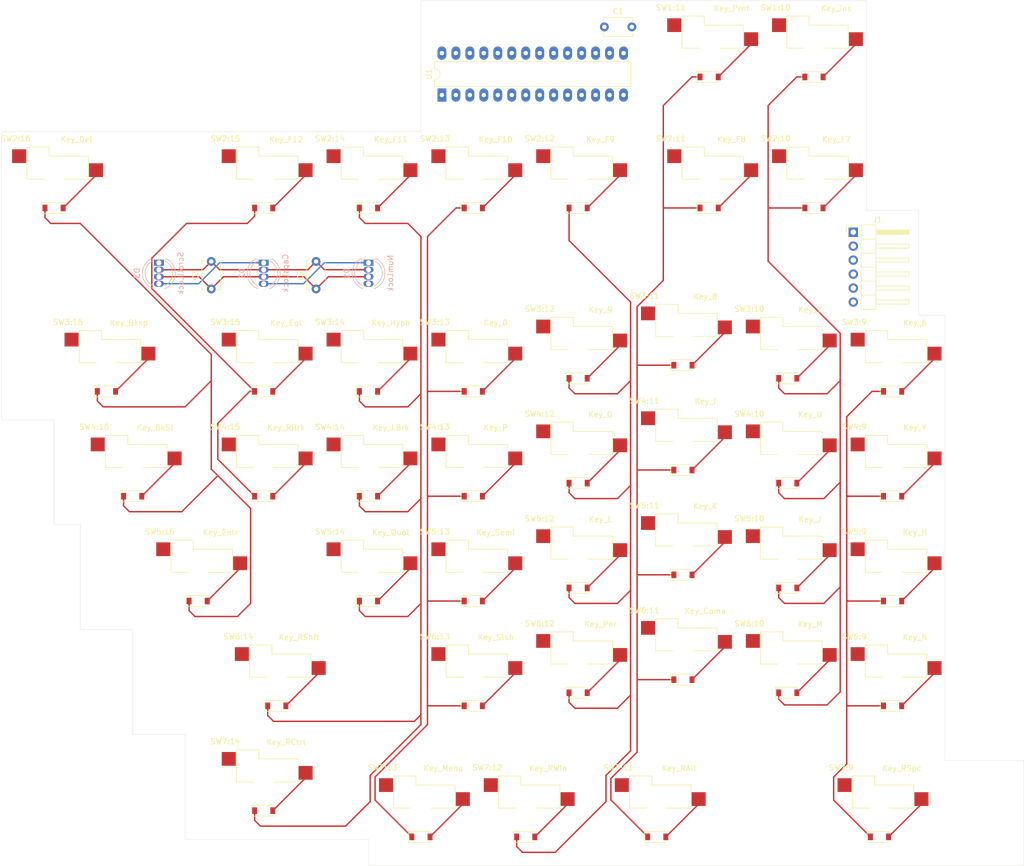
<source format=kicad_pcb>
(kicad_pcb (version 20171130) (host pcbnew 5.1.6-c6e7f7d~86~ubuntu18.04.1)
  (layers (0 F.Cu signal) (31 B.Cu signal) (34 B.Paste user) (35 F.Paste user) (36 B.SilkS user) (37 F.SilkS user) (38 B.Mask user) (39 F.Mask user) (44 Edge.Cuts user))
  (net 0 "")
  (net 1 +5V)
  (net 2 GND)
  (net 3 "Net-(D1-Pad1)")
  (net 4 /LED_D)
  (net 5 "Net-(D2-Pad1)")
  (net 6 "Net-(D3-Pad1)")
  (net 7 /SCL)
  (net 8 /SDA)
  (net 9 "Net-(J1-Pad4)")
  (net 10 "Net-(SW1:10-Pad2)")
  (net 11 /ROW1)
  (net 12 /COL10)
  (net 13 "Net-(SW1:11-Pad2)")
  (net 14 /COL11)
  (net 15 "Net-(SW2:10-Pad2)")
  (net 16 /ROW2)
  (net 17 "Net-(SW2:11-Pad2)")
  (net 18 "Net-(SW2:12-Pad2)")
  (net 19 /COL12)
  (net 20 "Net-(SW2:13-Pad2)")
  (net 21 /COL13)
  (net 22 "Net-(SW2:14-Pad2)")
  (net 23 /COL14)
  (net 24 "Net-(SW2:15-Pad2)")
  (net 25 "Net-(SW2:15-Pad4)")
  (net 26 "Net-(SW2:16-Pad2)")
  (net 27 /COL16)
  (net 28 "Net-(SW3:9-Pad2)")
  (net 29 /COL9)
  (net 30 /ROW3)
  (net 31 "Net-(SW3:10-Pad2)")
  (net 32 "Net-(SW3:11-Pad2)")
  (net 33 "Net-(SW3:12-Pad2)")
  (net 34 "Net-(SW3:13-Pad2)")
  (net 35 "Net-(SW3:14-Pad2)")
  (net 36 "Net-(SW3:15-Pad2)")
  (net 37 "Net-(SW3:16-Pad2)")
  (net 38 "Net-(SW4:9-Pad2)")
  (net 39 /ROW4)
  (net 40 "Net-(SW4:10-Pad2)")
  (net 41 "Net-(SW4:11-Pad2)")
  (net 42 "Net-(SW4:12-Pad2)")
  (net 43 "Net-(SW4:13-Pad2)")
  (net 44 "Net-(SW4:14-Pad2)")
  (net 45 "Net-(SW4:15-Pad2)")
  (net 46 "Net-(SW4:16-Pad2)")
  (net 47 "Net-(SW5:9-Pad2)")
  (net 48 /ROW5)
  (net 49 "Net-(SW5:10-Pad2)")
  (net 50 "Net-(SW5:11-Pad2)")
  (net 51 "Net-(SW5:12-Pad2)")
  (net 52 "Net-(SW5:13-Pad2)")
  (net 53 /ROW6)
  (net 54 "Net-(SW5:14-Pad2)")
  (net 55 "Net-(SW5:16-Pad2)")
  (net 56 "Net-(SW6:9-Pad2)")
  (net 57 "Net-(SW6:10-Pad2)")
  (net 58 "Net-(SW6:11-Pad2)")
  (net 59 "Net-(SW6:12-Pad2)")
  (net 60 "Net-(SW6:14-Pad2)")
  (net 61 "Net-(SW7:9-Pad2)")
  (net 62 /ROW7)
  (net 63 "Net-(SW7:11-Pad2)")
  (net 64 "Net-(SW7:12-Pad2)")
  (net 65 "Net-(SW7:13-Pad2)")
  (net 66 "Net-(SW7:14-Pad2)")
  (net 67 "Net-(U1-Pad17)")
  (net 68 "Net-(U1-Pad18)")
  (net 69 "Net-(U1-Pad19)")
  (net 70 "Net-(U1-Pad10)")
  (net 71 /COL15)
  (net 72 "Net-(U1-Pad14)")
  (net 73 "Net-(U1-Pad28)")
  (net 74 "Net-(SW6:13-Pad2)")
  (module dparticular:MX_W_DIODE (layer F.Cu) (at 95.25 57.15)
    (fp_text reference SW2:14 (at -6.985 -8.255) (layer F.SilkS))
    (fp_text value Key_F11 (at 4.064 -8.128) (layer F.SilkS))
    (pad 2 smd rect (at 7.62 -2.54) (size 2.55 2.5) (layers F.Cu F.Paste F.Mask) (net 22 "Net-(SW2:14-Pad2)"))
    (pad 1 smd rect (at -6.35 -5.08) (size 2.55 2.5) (layers F.Cu F.Paste F.Mask) (net 16 /ROW2))
    (pad "" np_thru_hole circle (at 3.81 -2.54) (size 2.999999 2.999999) (drill 2.999999) (layers *.Cu *.Mask))
    (pad "" np_thru_hole circle (at -2.54 -5.08) (size 2.999999 2.999999) (drill 2.999999) (layers *.Cu *.Mask))
    (pad "" np_thru_hole circle (at 0 0) (size 3.9878 3.9878) (drill 3.9878) (layers *.Cu *.Mask))
    (pad 4 smd rect (at -1.65064 4.33086) (size 0.9 1.2) (layers F.Cu F.Paste F.Mask) (net 23 /COL14))
    (pad 3 smd rect (at 1.64936 4.33086) (size 0.9 1.2) (layers F.Cu F.Paste F.Mask) (net 22 "Net-(SW2:14-Pad2)"))
  )
  (module Connector_PinHeader_2.54mm:PinHeader_1x06_P2.54mm_Horizontal (layer F.Cu) (at 183.35625 65.88125)
    (fp_text reference J1 (at 4.385 -2.27) (layer F.SilkS))
    (fp_text value "To Left Hand")
    (pad 6 thru_hole oval (at 0 12.7) (size 1.7 1.7) (drill 1) (layers *.Cu *.Mask) (net 2 GND))
    (pad 5 thru_hole oval (at 0 10.16) (size 1.7 1.7) (drill 1) (layers *.Cu *.Mask) (net 4 /LED_D))
    (pad 4 thru_hole oval (at 0 7.62) (size 1.7 1.7) (drill 1) (layers *.Cu *.Mask) (net 9 "Net-(J1-Pad4)"))
    (pad 3 thru_hole oval (at 0 5.08) (size 1.7 1.7) (drill 1) (layers *.Cu *.Mask) (net 8 /SDA))
    (pad 2 thru_hole oval (at 0 2.54) (size 1.7 1.7) (drill 1) (layers *.Cu *.Mask) (net 7 /SCL))
    (pad 1 thru_hole rect (at 0 0) (size 1.7 1.7) (drill 1) (layers *.Cu *.Mask) (net 1 +5V))
  )
  (module Capacitor_THT:C_Disc_D5.1mm_W3.2mm_P5.00mm (layer F.Cu) (at 138.1125 28.575)
    (fp_text reference C1 (at 2.5 -2.85) (layer F.SilkS))
    (fp_text value 0.1uF)
    (pad 2 thru_hole circle (at 5 0) (size 1.6 1.6) (drill 0.8) (layers *.Cu *.Mask) (net 2 GND))
    (pad 1 thru_hole circle (at 0 0) (size 1.6 1.6) (drill 0.8) (layers *.Cu *.Mask) (net 1 +5V))
  )
  (module Capacitor_THT:C_Disc_D5.1mm_W3.2mm_P5.00mm (layer F.Cu) (at 85.725 76.2 90)
    (fp_text reference C2 (at 2.5 -2.85 90) (layer F.SilkS))
    (fp_text value 0.1uF)
    (pad 2 thru_hole circle (at 5 0 90) (size 1.6 1.6) (drill 0.8) (layers *.Cu *.Mask) (net 2 GND))
    (pad 1 thru_hole circle (at 0 0 90) (size 1.6 1.6) (drill 0.8) (layers *.Cu *.Mask) (net 1 +5V))
  )
  (module Capacitor_THT:C_Disc_D5.1mm_W3.2mm_P5.00mm (layer F.Cu) (at 66.675 76.2 90)
    (fp_text reference C3 (at 2.5 -2.85 90) (layer F.SilkS))
    (fp_text value 0.1uF)
    (pad 2 thru_hole circle (at 5 0 90) (size 1.6 1.6) (drill 0.8) (layers *.Cu *.Mask) (net 2 GND))
    (pad 1 thru_hole circle (at 0 0 90) (size 1.6 1.6) (drill 0.8) (layers *.Cu *.Mask) (net 1 +5V))
  )
  (module LED_THT:LED_D5.0mm-4_RGB (layer B.Cu) (at 95.25 71.4375 270)
    (fp_text reference D1 (at 1.905 3.96 90) (layer B.SilkS) (effects (justify mirror)))
    (fp_text value NumLock (at 1.905 -3.96 90) (layer B.SilkS) (effects (justify mirror)))
    (pad 4 thru_hole oval (at 3.81 0 270) (size 1.07 1.8) (drill 0.9) (layers *.Cu *.Mask) (net 4 /LED_D))
    (pad 3 thru_hole oval (at 2.54 0 270) (size 1.07 1.8) (drill 0.9) (layers *.Cu *.Mask) (net 1 +5V))
    (pad 2 thru_hole oval (at 1.27 0 270) (size 1.07 1.8) (drill 0.9) (layers *.Cu *.Mask) (net 2 GND))
    (pad 1 thru_hole rect (at 0 0 270) (size 1.07 1.8) (drill 0.9) (layers *.Cu *.Mask) (net 3 "Net-(D1-Pad1)"))
  )
  (module LED_THT:LED_D5.0mm-4_RGB (layer B.Cu) (at 76.2 71.4375 270)
    (fp_text reference D2 (at 1.905 3.96 90) (layer B.SilkS) (effects (justify mirror)))
    (fp_text value CapsLock (at 1.905 -3.96 90) (layer B.SilkS) (effects (justify mirror)))
    (pad 4 thru_hole oval (at 3.81 0 270) (size 1.07 1.8) (drill 0.9) (layers *.Cu *.Mask) (net 3 "Net-(D1-Pad1)"))
    (pad 3 thru_hole oval (at 2.54 0 270) (size 1.07 1.8) (drill 0.9) (layers *.Cu *.Mask) (net 1 +5V))
    (pad 2 thru_hole oval (at 1.27 0 270) (size 1.07 1.8) (drill 0.9) (layers *.Cu *.Mask) (net 2 GND))
    (pad 1 thru_hole rect (at 0 0 270) (size 1.07 1.8) (drill 0.9) (layers *.Cu *.Mask) (net 5 "Net-(D2-Pad1)"))
  )
  (module LED_THT:LED_D5.0mm-4_RGB (layer B.Cu) (at 57.15 71.4375 270)
    (fp_text reference D3 (at 1.905 3.96 90) (layer B.SilkS) (effects (justify mirror)))
    (fp_text value ScrollLock (at 1.905 -3.96 90) (layer B.SilkS) (effects (justify mirror)))
    (pad 4 thru_hole oval (at 3.81 0 270) (size 1.07 1.8) (drill 0.9) (layers *.Cu *.Mask) (net 5 "Net-(D2-Pad1)"))
    (pad 3 thru_hole oval (at 2.54 0 270) (size 1.07 1.8) (drill 0.9) (layers *.Cu *.Mask) (net 1 +5V))
    (pad 2 thru_hole oval (at 1.27 0 270) (size 1.07 1.8) (drill 0.9) (layers *.Cu *.Mask) (net 2 GND))
    (pad 1 thru_hole rect (at 0 0 270) (size 1.07 1.8) (drill 0.9) (layers *.Cu *.Mask) (net 6 "Net-(D3-Pad1)"))
  )
  (module dparticular:MX_W_DIODE (layer F.Cu) (at 176.2125 33.3375)
    (fp_text reference SW1:10 (at -6.985 -8.255) (layer F.SilkS))
    (fp_text value Key_Ins (at 4.064 -8.128) (layer F.SilkS))
    (pad 2 smd rect (at 7.62 -2.54) (size 2.55 2.5) (layers F.Cu F.Paste F.Mask) (net 10 "Net-(SW1:10-Pad2)"))
    (pad 1 smd rect (at -6.35 -5.08) (size 2.55 2.5) (layers F.Cu F.Paste F.Mask) (net 11 /ROW1))
    (pad "" np_thru_hole circle (at 3.81 -2.54) (size 2.999999 2.999999) (drill 2.999999) (layers *.Cu *.Mask))
    (pad "" np_thru_hole circle (at -2.54 -5.08) (size 2.999999 2.999999) (drill 2.999999) (layers *.Cu *.Mask))
    (pad "" np_thru_hole circle (at 0 0) (size 3.9878 3.9878) (drill 3.9878) (layers *.Cu *.Mask))
    (pad 4 smd rect (at -1.65064 4.33086) (size 0.9 1.2) (layers F.Cu F.Paste F.Mask) (net 12 /COL10))
    (pad 3 smd rect (at 1.64936 4.33086) (size 0.9 1.2) (layers F.Cu F.Paste F.Mask) (net 10 "Net-(SW1:10-Pad2)"))
  )
  (module dparticular:MX_W_DIODE (layer F.Cu) (at 157.1625 33.3375)
    (fp_text reference SW1:11 (at -6.985 -8.255) (layer F.SilkS))
    (fp_text value Key_Prnt (at 4.064 -8.128) (layer F.SilkS))
    (pad 2 smd rect (at 7.62 -2.54) (size 2.55 2.5) (layers F.Cu F.Paste F.Mask) (net 13 "Net-(SW1:11-Pad2)"))
    (pad 1 smd rect (at -6.35 -5.08) (size 2.55 2.5) (layers F.Cu F.Paste F.Mask) (net 11 /ROW1))
    (pad "" np_thru_hole circle (at 3.81 -2.54) (size 2.999999 2.999999) (drill 2.999999) (layers *.Cu *.Mask))
    (pad "" np_thru_hole circle (at -2.54 -5.08) (size 2.999999 2.999999) (drill 2.999999) (layers *.Cu *.Mask))
    (pad "" np_thru_hole circle (at 0 0) (size 3.9878 3.9878) (drill 3.9878) (layers *.Cu *.Mask))
    (pad 4 smd rect (at -1.65064 4.33086) (size 0.9 1.2) (layers F.Cu F.Paste F.Mask) (net 14 /COL11))
    (pad 3 smd rect (at 1.64936 4.33086) (size 0.9 1.2) (layers F.Cu F.Paste F.Mask) (net 13 "Net-(SW1:11-Pad2)"))
  )
  (module dparticular:MX_W_DIODE (layer F.Cu) (at 176.2125 57.15)
    (fp_text reference SW2:10 (at -6.985 -8.255) (layer F.SilkS))
    (fp_text value Key_F7 (at 4.064 -8.128) (layer F.SilkS))
    (pad 2 smd rect (at 7.62 -2.54) (size 2.55 2.5) (layers F.Cu F.Paste F.Mask) (net 15 "Net-(SW2:10-Pad2)"))
    (pad 1 smd rect (at -6.35 -5.08) (size 2.55 2.5) (layers F.Cu F.Paste F.Mask) (net 16 /ROW2))
    (pad "" np_thru_hole circle (at 3.81 -2.54) (size 2.999999 2.999999) (drill 2.999999) (layers *.Cu *.Mask))
    (pad "" np_thru_hole circle (at -2.54 -5.08) (size 2.999999 2.999999) (drill 2.999999) (layers *.Cu *.Mask))
    (pad "" np_thru_hole circle (at 0 0) (size 3.9878 3.9878) (drill 3.9878) (layers *.Cu *.Mask))
    (pad 4 smd rect (at -1.65064 4.33086) (size 0.9 1.2) (layers F.Cu F.Paste F.Mask) (net 12 /COL10))
    (pad 3 smd rect (at 1.64936 4.33086) (size 0.9 1.2) (layers F.Cu F.Paste F.Mask) (net 15 "Net-(SW2:10-Pad2)"))
  )
  (module dparticular:MX_W_DIODE (layer F.Cu) (at 157.1625 57.15)
    (fp_text reference SW2:11 (at -6.985 -8.255) (layer F.SilkS))
    (fp_text value Key_F8 (at 4.064 -8.128) (layer F.SilkS))
    (pad 2 smd rect (at 7.62 -2.54) (size 2.55 2.5) (layers F.Cu F.Paste F.Mask) (net 17 "Net-(SW2:11-Pad2)"))
    (pad 1 smd rect (at -6.35 -5.08) (size 2.55 2.5) (layers F.Cu F.Paste F.Mask) (net 16 /ROW2))
    (pad "" np_thru_hole circle (at 3.81 -2.54) (size 2.999999 2.999999) (drill 2.999999) (layers *.Cu *.Mask))
    (pad "" np_thru_hole circle (at -2.54 -5.08) (size 2.999999 2.999999) (drill 2.999999) (layers *.Cu *.Mask))
    (pad "" np_thru_hole circle (at 0 0) (size 3.9878 3.9878) (drill 3.9878) (layers *.Cu *.Mask))
    (pad 4 smd rect (at -1.65064 4.33086) (size 0.9 1.2) (layers F.Cu F.Paste F.Mask) (net 14 /COL11))
    (pad 3 smd rect (at 1.64936 4.33086) (size 0.9 1.2) (layers F.Cu F.Paste F.Mask) (net 17 "Net-(SW2:11-Pad2)"))
  )
  (module dparticular:MX_W_DIODE (layer F.Cu) (at 133.35 57.15)
    (fp_text reference SW2:12 (at -6.985 -8.255) (layer F.SilkS))
    (fp_text value Key_F9 (at 4.064 -8.128) (layer F.SilkS))
    (pad 2 smd rect (at 7.62 -2.54) (size 2.55 2.5) (layers F.Cu F.Paste F.Mask) (net 18 "Net-(SW2:12-Pad2)"))
    (pad 1 smd rect (at -6.35 -5.08) (size 2.55 2.5) (layers F.Cu F.Paste F.Mask) (net 16 /ROW2))
    (pad "" np_thru_hole circle (at 3.81 -2.54) (size 2.999999 2.999999) (drill 2.999999) (layers *.Cu *.Mask))
    (pad "" np_thru_hole circle (at -2.54 -5.08) (size 2.999999 2.999999) (drill 2.999999) (layers *.Cu *.Mask))
    (pad "" np_thru_hole circle (at 0 0) (size 3.9878 3.9878) (drill 3.9878) (layers *.Cu *.Mask))
    (pad 4 smd rect (at -1.65064 4.33086) (size 0.9 1.2) (layers F.Cu F.Paste F.Mask) (net 19 /COL12))
    (pad 3 smd rect (at 1.64936 4.33086) (size 0.9 1.2) (layers F.Cu F.Paste F.Mask) (net 18 "Net-(SW2:12-Pad2)"))
  )
  (module dparticular:MX_W_DIODE (layer F.Cu) (at 114.3 57.15)
    (fp_text reference SW2:13 (at -6.985 -8.255) (layer F.SilkS))
    (fp_text value Key_F10 (at 4.064 -8.128) (layer F.SilkS))
    (pad 2 smd rect (at 7.62 -2.54) (size 2.55 2.5) (layers F.Cu F.Paste F.Mask) (net 20 "Net-(SW2:13-Pad2)"))
    (pad 1 smd rect (at -6.35 -5.08) (size 2.55 2.5) (layers F.Cu F.Paste F.Mask) (net 16 /ROW2))
    (pad "" np_thru_hole circle (at 3.81 -2.54) (size 2.999999 2.999999) (drill 2.999999) (layers *.Cu *.Mask))
    (pad "" np_thru_hole circle (at -2.54 -5.08) (size 2.999999 2.999999) (drill 2.999999) (layers *.Cu *.Mask))
    (pad "" np_thru_hole circle (at 0 0) (size 3.9878 3.9878) (drill 3.9878) (layers *.Cu *.Mask))
    (pad 4 smd rect (at -1.65064 4.33086) (size 0.9 1.2) (layers F.Cu F.Paste F.Mask) (net 21 /COL13))
    (pad 3 smd rect (at 1.64936 4.33086) (size 0.9 1.2) (layers F.Cu F.Paste F.Mask) (net 20 "Net-(SW2:13-Pad2)"))
  )
  (module dparticular:MX_W_DIODE (layer F.Cu) (at 76.2 57.15)
    (fp_text reference SW2:15 (at -6.985 -8.255) (layer F.SilkS))
    (fp_text value Key_F12 (at 4.064 -8.128) (layer F.SilkS))
    (pad 2 smd rect (at 7.62 -2.54) (size 2.55 2.5) (layers F.Cu F.Paste F.Mask) (net 24 "Net-(SW2:15-Pad2)"))
    (pad 1 smd rect (at -6.35 -5.08) (size 2.55 2.5) (layers F.Cu F.Paste F.Mask) (net 16 /ROW2))
    (pad "" np_thru_hole circle (at 3.81 -2.54) (size 2.999999 2.999999) (drill 2.999999) (layers *.Cu *.Mask))
    (pad "" np_thru_hole circle (at -2.54 -5.08) (size 2.999999 2.999999) (drill 2.999999) (layers *.Cu *.Mask))
    (pad "" np_thru_hole circle (at 0 0) (size 3.9878 3.9878) (drill 3.9878) (layers *.Cu *.Mask))
    (pad 4 smd rect (at -1.65064 4.33086) (size 0.9 1.2) (layers F.Cu F.Paste F.Mask) (net 25 "Net-(SW2:15-Pad4)"))
    (pad 3 smd rect (at 1.64936 4.33086) (size 0.9 1.2) (layers F.Cu F.Paste F.Mask) (net 24 "Net-(SW2:15-Pad2)"))
  )
  (module dparticular:MX_W_DIODE (layer F.Cu) (at 38.1 57.15)
    (fp_text reference SW2:16 (at -6.985 -8.255) (layer F.SilkS))
    (fp_text value Key_Del (at 4.064 -8.128) (layer F.SilkS))
    (pad 2 smd rect (at 7.62 -2.54) (size 2.55 2.5) (layers F.Cu F.Paste F.Mask) (net 26 "Net-(SW2:16-Pad2)"))
    (pad 1 smd rect (at -6.35 -5.08) (size 2.55 2.5) (layers F.Cu F.Paste F.Mask) (net 16 /ROW2))
    (pad "" np_thru_hole circle (at 3.81 -2.54) (size 2.999999 2.999999) (drill 2.999999) (layers *.Cu *.Mask))
    (pad "" np_thru_hole circle (at -2.54 -5.08) (size 2.999999 2.999999) (drill 2.999999) (layers *.Cu *.Mask))
    (pad "" np_thru_hole circle (at 0 0) (size 3.9878 3.9878) (drill 3.9878) (layers *.Cu *.Mask))
    (pad 4 smd rect (at -1.65064 4.33086) (size 0.9 1.2) (layers F.Cu F.Paste F.Mask) (net 27 /COL16))
    (pad 3 smd rect (at 1.64936 4.33086) (size 0.9 1.2) (layers F.Cu F.Paste F.Mask) (net 26 "Net-(SW2:16-Pad2)"))
  )
  (module dparticular:MX_W_DIODE (layer F.Cu) (at 190.5 90.4875)
    (fp_text reference SW3:9 (at -6.985 -8.255) (layer F.SilkS))
    (fp_text value Key_6 (at 4.064 -8.128) (layer F.SilkS))
    (pad 2 smd rect (at 7.62 -2.54) (size 2.55 2.5) (layers F.Cu F.Paste F.Mask) (net 28 "Net-(SW3:9-Pad2)"))
    (pad 1 smd rect (at -6.35 -5.08) (size 2.55 2.5) (layers F.Cu F.Paste F.Mask) (net 30 /ROW3))
    (pad "" np_thru_hole circle (at 3.81 -2.54) (size 2.999999 2.999999) (drill 2.999999) (layers *.Cu *.Mask))
    (pad "" np_thru_hole circle (at -2.54 -5.08) (size 2.999999 2.999999) (drill 2.999999) (layers *.Cu *.Mask))
    (pad "" np_thru_hole circle (at 0 0) (size 3.9878 3.9878) (drill 3.9878) (layers *.Cu *.Mask))
    (pad 4 smd rect (at -1.65064 4.33086) (size 0.9 1.2) (layers F.Cu F.Paste F.Mask) (net 29 /COL9))
    (pad 3 smd rect (at 1.64936 4.33086) (size 0.9 1.2) (layers F.Cu F.Paste F.Mask) (net 28 "Net-(SW3:9-Pad2)"))
  )
  (module dparticular:MX_W_DIODE (layer F.Cu) (at 171.45 88.10625)
    (fp_text reference SW3:10 (at -6.985 -8.255) (layer F.SilkS))
    (fp_text value Key_7 (at 4.064 -8.128) (layer F.SilkS))
    (pad 2 smd rect (at 7.62 -2.54) (size 2.55 2.5) (layers F.Cu F.Paste F.Mask) (net 31 "Net-(SW3:10-Pad2)"))
    (pad 1 smd rect (at -6.35 -5.08) (size 2.55 2.5) (layers F.Cu F.Paste F.Mask) (net 30 /ROW3))
    (pad "" np_thru_hole circle (at 3.81 -2.54) (size 2.999999 2.999999) (drill 2.999999) (layers *.Cu *.Mask))
    (pad "" np_thru_hole circle (at -2.54 -5.08) (size 2.999999 2.999999) (drill 2.999999) (layers *.Cu *.Mask))
    (pad "" np_thru_hole circle (at 0 0) (size 3.9878 3.9878) (drill 3.9878) (layers *.Cu *.Mask))
    (pad 4 smd rect (at -1.65064 4.33086) (size 0.9 1.2) (layers F.Cu F.Paste F.Mask) (net 12 /COL10))
    (pad 3 smd rect (at 1.64936 4.33086) (size 0.9 1.2) (layers F.Cu F.Paste F.Mask) (net 31 "Net-(SW3:10-Pad2)"))
  )
  (module dparticular:MX_W_DIODE (layer F.Cu) (at 152.4 85.725)
    (fp_text reference SW3:11 (at -6.985 -8.255) (layer F.SilkS))
    (fp_text value Key_8 (at 4.064 -8.128) (layer F.SilkS))
    (pad 2 smd rect (at 7.62 -2.54) (size 2.55 2.5) (layers F.Cu F.Paste F.Mask) (net 32 "Net-(SW3:11-Pad2)"))
    (pad 1 smd rect (at -6.35 -5.08) (size 2.55 2.5) (layers F.Cu F.Paste F.Mask) (net 30 /ROW3))
    (pad "" np_thru_hole circle (at 3.81 -2.54) (size 2.999999 2.999999) (drill 2.999999) (layers *.Cu *.Mask))
    (pad "" np_thru_hole circle (at -2.54 -5.08) (size 2.999999 2.999999) (drill 2.999999) (layers *.Cu *.Mask))
    (pad "" np_thru_hole circle (at 0 0) (size 3.9878 3.9878) (drill 3.9878) (layers *.Cu *.Mask))
    (pad 4 smd rect (at -1.65064 4.33086) (size 0.9 1.2) (layers F.Cu F.Paste F.Mask) (net 14 /COL11))
    (pad 3 smd rect (at 1.64936 4.33086) (size 0.9 1.2) (layers F.Cu F.Paste F.Mask) (net 32 "Net-(SW3:11-Pad2)"))
  )
  (module dparticular:MX_W_DIODE (layer F.Cu) (at 133.35 88.10625)
    (fp_text reference SW3:12 (at -6.985 -8.255) (layer F.SilkS))
    (fp_text value Key_9 (at 4.064 -8.128) (layer F.SilkS))
    (pad 2 smd rect (at 7.62 -2.54) (size 2.55 2.5) (layers F.Cu F.Paste F.Mask) (net 33 "Net-(SW3:12-Pad2)"))
    (pad 1 smd rect (at -6.35 -5.08) (size 2.55 2.5) (layers F.Cu F.Paste F.Mask) (net 30 /ROW3))
    (pad "" np_thru_hole circle (at 3.81 -2.54) (size 2.999999 2.999999) (drill 2.999999) (layers *.Cu *.Mask))
    (pad "" np_thru_hole circle (at -2.54 -5.08) (size 2.999999 2.999999) (drill 2.999999) (layers *.Cu *.Mask))
    (pad "" np_thru_hole circle (at 0 0) (size 3.9878 3.9878) (drill 3.9878) (layers *.Cu *.Mask))
    (pad 4 smd rect (at -1.65064 4.33086) (size 0.9 1.2) (layers F.Cu F.Paste F.Mask) (net 19 /COL12))
    (pad 3 smd rect (at 1.64936 4.33086) (size 0.9 1.2) (layers F.Cu F.Paste F.Mask) (net 33 "Net-(SW3:12-Pad2)"))
  )
  (module dparticular:MX_W_DIODE (layer F.Cu) (at 114.3 90.4875)
    (fp_text reference SW3:13 (at -6.985 -8.255) (layer F.SilkS))
    (fp_text value Key_0 (at 4.064 -8.128) (layer F.SilkS))
    (pad 2 smd rect (at 7.62 -2.54) (size 2.55 2.5) (layers F.Cu F.Paste F.Mask) (net 34 "Net-(SW3:13-Pad2)"))
    (pad 1 smd rect (at -6.35 -5.08) (size 2.55 2.5) (layers F.Cu F.Paste F.Mask) (net 30 /ROW3))
    (pad "" np_thru_hole circle (at 3.81 -2.54) (size 2.999999 2.999999) (drill 2.999999) (layers *.Cu *.Mask))
    (pad "" np_thru_hole circle (at -2.54 -5.08) (size 2.999999 2.999999) (drill 2.999999) (layers *.Cu *.Mask))
    (pad "" np_thru_hole circle (at 0 0) (size 3.9878 3.9878) (drill 3.9878) (layers *.Cu *.Mask))
    (pad 4 smd rect (at -1.65064 4.33086) (size 0.9 1.2) (layers F.Cu F.Paste F.Mask) (net 21 /COL13))
    (pad 3 smd rect (at 1.64936 4.33086) (size 0.9 1.2) (layers F.Cu F.Paste F.Mask) (net 34 "Net-(SW3:13-Pad2)"))
  )
  (module dparticular:MX_W_DIODE (layer F.Cu) (at 95.25 90.4875)
    (fp_text reference SW3:14 (at -6.985 -8.255) (layer F.SilkS))
    (fp_text value Key_Hyph (at 4.064 -8.128) (layer F.SilkS))
    (pad 2 smd rect (at 7.62 -2.54) (size 2.55 2.5) (layers F.Cu F.Paste F.Mask) (net 35 "Net-(SW3:14-Pad2)"))
    (pad 1 smd rect (at -6.35 -5.08) (size 2.55 2.5) (layers F.Cu F.Paste F.Mask) (net 30 /ROW3))
    (pad "" np_thru_hole circle (at 3.81 -2.54) (size 2.999999 2.999999) (drill 2.999999) (layers *.Cu *.Mask))
    (pad "" np_thru_hole circle (at -2.54 -5.08) (size 2.999999 2.999999) (drill 2.999999) (layers *.Cu *.Mask))
    (pad "" np_thru_hole circle (at 0 0) (size 3.9878 3.9878) (drill 3.9878) (layers *.Cu *.Mask))
    (pad 4 smd rect (at -1.65064 4.33086) (size 0.9 1.2) (layers F.Cu F.Paste F.Mask) (net 23 /COL14))
    (pad 3 smd rect (at 1.64936 4.33086) (size 0.9 1.2) (layers F.Cu F.Paste F.Mask) (net 35 "Net-(SW3:14-Pad2)"))
  )
  (module dparticular:MX_W_DIODE (layer F.Cu) (at 76.2 90.4875)
    (fp_text reference SW3:15 (at -6.985 -8.255) (layer F.SilkS))
    (fp_text value Key_Eql (at 4.064 -8.128) (layer F.SilkS))
    (pad 2 smd rect (at 7.62 -2.54) (size 2.55 2.5) (layers F.Cu F.Paste F.Mask) (net 36 "Net-(SW3:15-Pad2)"))
    (pad 1 smd rect (at -6.35 -5.08) (size 2.55 2.5) (layers F.Cu F.Paste F.Mask) (net 30 /ROW3))
    (pad "" np_thru_hole circle (at 3.81 -2.54) (size 2.999999 2.999999) (drill 2.999999) (layers *.Cu *.Mask))
    (pad "" np_thru_hole circle (at -2.54 -5.08) (size 2.999999 2.999999) (drill 2.999999) (layers *.Cu *.Mask))
    (pad "" np_thru_hole circle (at 0 0) (size 3.9878 3.9878) (drill 3.9878) (layers *.Cu *.Mask))
    (pad 4 smd rect (at -1.65064 4.33086) (size 0.9 1.2) (layers F.Cu F.Paste F.Mask) (net 25 "Net-(SW2:15-Pad4)"))
    (pad 3 smd rect (at 1.64936 4.33086) (size 0.9 1.2) (layers F.Cu F.Paste F.Mask) (net 36 "Net-(SW3:15-Pad2)"))
  )
  (module dparticular:MX_W_DIODE (layer F.Cu) (at 47.625 90.4875)
    (fp_text reference SW3:16 (at -6.985 -8.255) (layer F.SilkS))
    (fp_text value Key_Bksp (at 4.064 -8.128) (layer F.SilkS))
    (pad 2 smd rect (at 7.62 -2.54) (size 2.55 2.5) (layers F.Cu F.Paste F.Mask) (net 37 "Net-(SW3:16-Pad2)"))
    (pad 1 smd rect (at -6.35 -5.08) (size 2.55 2.5) (layers F.Cu F.Paste F.Mask) (net 30 /ROW3))
    (pad "" np_thru_hole circle (at 3.81 -2.54) (size 2.999999 2.999999) (drill 2.999999) (layers *.Cu *.Mask))
    (pad "" np_thru_hole circle (at -2.54 -5.08) (size 2.999999 2.999999) (drill 2.999999) (layers *.Cu *.Mask))
    (pad "" np_thru_hole circle (at 0 0) (size 3.9878 3.9878) (drill 3.9878) (layers *.Cu *.Mask))
    (pad 4 smd rect (at -1.65064 4.33086) (size 0.9 1.2) (layers F.Cu F.Paste F.Mask) (net 27 /COL16))
    (pad 3 smd rect (at 1.64936 4.33086) (size 0.9 1.2) (layers F.Cu F.Paste F.Mask) (net 37 "Net-(SW3:16-Pad2)"))
  )
  (module dparticular:MX_W_DIODE (layer F.Cu) (at 190.5 109.5375)
    (fp_text reference SW4:9 (at -6.985 -8.255) (layer F.SilkS))
    (fp_text value Key_Y (at 4.064 -8.128) (layer F.SilkS))
    (pad 2 smd rect (at 7.62 -2.54) (size 2.55 2.5) (layers F.Cu F.Paste F.Mask) (net 38 "Net-(SW4:9-Pad2)"))
    (pad 1 smd rect (at -6.35 -5.08) (size 2.55 2.5) (layers F.Cu F.Paste F.Mask) (net 39 /ROW4))
    (pad "" np_thru_hole circle (at 3.81 -2.54) (size 2.999999 2.999999) (drill 2.999999) (layers *.Cu *.Mask))
    (pad "" np_thru_hole circle (at -2.54 -5.08) (size 2.999999 2.999999) (drill 2.999999) (layers *.Cu *.Mask))
    (pad "" np_thru_hole circle (at 0 0) (size 3.9878 3.9878) (drill 3.9878) (layers *.Cu *.Mask))
    (pad 4 smd rect (at -1.65064 4.33086) (size 0.9 1.2) (layers F.Cu F.Paste F.Mask) (net 29 /COL9))
    (pad 3 smd rect (at 1.64936 4.33086) (size 0.9 1.2) (layers F.Cu F.Paste F.Mask) (net 38 "Net-(SW4:9-Pad2)"))
  )
  (module dparticular:MX_W_DIODE (layer F.Cu) (at 171.45 107.15625)
    (fp_text reference SW4:10 (at -6.985 -8.255) (layer F.SilkS))
    (fp_text value Key_U (at 4.064 -8.128) (layer F.SilkS))
    (pad 2 smd rect (at 7.62 -2.54) (size 2.55 2.5) (layers F.Cu F.Paste F.Mask) (net 40 "Net-(SW4:10-Pad2)"))
    (pad 1 smd rect (at -6.35 -5.08) (size 2.55 2.5) (layers F.Cu F.Paste F.Mask) (net 39 /ROW4))
    (pad "" np_thru_hole circle (at 3.81 -2.54) (size 2.999999 2.999999) (drill 2.999999) (layers *.Cu *.Mask))
    (pad "" np_thru_hole circle (at -2.54 -5.08) (size 2.999999 2.999999) (drill 2.999999) (layers *.Cu *.Mask))
    (pad "" np_thru_hole circle (at 0 0) (size 3.9878 3.9878) (drill 3.9878) (layers *.Cu *.Mask))
    (pad 4 smd rect (at -1.65064 4.33086) (size 0.9 1.2) (layers F.Cu F.Paste F.Mask) (net 12 /COL10))
    (pad 3 smd rect (at 1.64936 4.33086) (size 0.9 1.2) (layers F.Cu F.Paste F.Mask) (net 40 "Net-(SW4:10-Pad2)"))
  )
  (module dparticular:MX_W_DIODE (layer F.Cu) (at 152.4 104.775)
    (fp_text reference SW4:11 (at -6.985 -8.255) (layer F.SilkS))
    (fp_text value Key_I (at 4.064 -8.128) (layer F.SilkS))
    (pad 2 smd rect (at 7.62 -2.54) (size 2.55 2.5) (layers F.Cu F.Paste F.Mask) (net 41 "Net-(SW4:11-Pad2)"))
    (pad 1 smd rect (at -6.35 -5.08) (size 2.55 2.5) (layers F.Cu F.Paste F.Mask) (net 39 /ROW4))
    (pad "" np_thru_hole circle (at 3.81 -2.54) (size 2.999999 2.999999) (drill 2.999999) (layers *.Cu *.Mask))
    (pad "" np_thru_hole circle (at -2.54 -5.08) (size 2.999999 2.999999) (drill 2.999999) (layers *.Cu *.Mask))
    (pad "" np_thru_hole circle (at 0 0) (size 3.9878 3.9878) (drill 3.9878) (layers *.Cu *.Mask))
    (pad 4 smd rect (at -1.65064 4.33086) (size 0.9 1.2) (layers F.Cu F.Paste F.Mask) (net 14 /COL11))
    (pad 3 smd rect (at 1.64936 4.33086) (size 0.9 1.2) (layers F.Cu F.Paste F.Mask) (net 41 "Net-(SW4:11-Pad2)"))
  )
  (module dparticular:MX_W_DIODE (layer F.Cu) (at 133.35 107.15625)
    (fp_text reference SW4:12 (at -6.985 -8.255) (layer F.SilkS))
    (fp_text value Key_O (at 4.064 -8.128) (layer F.SilkS))
    (pad 2 smd rect (at 7.62 -2.54) (size 2.55 2.5) (layers F.Cu F.Paste F.Mask) (net 42 "Net-(SW4:12-Pad2)"))
    (pad 1 smd rect (at -6.35 -5.08) (size 2.55 2.5) (layers F.Cu F.Paste F.Mask) (net 39 /ROW4))
    (pad "" np_thru_hole circle (at 3.81 -2.54) (size 2.999999 2.999999) (drill 2.999999) (layers *.Cu *.Mask))
    (pad "" np_thru_hole circle (at -2.54 -5.08) (size 2.999999 2.999999) (drill 2.999999) (layers *.Cu *.Mask))
    (pad "" np_thru_hole circle (at 0 0) (size 3.9878 3.9878) (drill 3.9878) (layers *.Cu *.Mask))
    (pad 4 smd rect (at -1.65064 4.33086) (size 0.9 1.2) (layers F.Cu F.Paste F.Mask) (net 19 /COL12))
    (pad 3 smd rect (at 1.64936 4.33086) (size 0.9 1.2) (layers F.Cu F.Paste F.Mask) (net 42 "Net-(SW4:12-Pad2)"))
  )
  (module dparticular:MX_W_DIODE (layer F.Cu) (at 114.3 109.5375)
    (fp_text reference SW4:13 (at -6.985 -8.255) (layer F.SilkS))
    (fp_text value Key_P (at 4.064 -8.128) (layer F.SilkS))
    (pad 2 smd rect (at 7.62 -2.54) (size 2.55 2.5) (layers F.Cu F.Paste F.Mask) (net 43 "Net-(SW4:13-Pad2)"))
    (pad 1 smd rect (at -6.35 -5.08) (size 2.55 2.5) (layers F.Cu F.Paste F.Mask) (net 39 /ROW4))
    (pad "" np_thru_hole circle (at 3.81 -2.54) (size 2.999999 2.999999) (drill 2.999999) (layers *.Cu *.Mask))
    (pad "" np_thru_hole circle (at -2.54 -5.08) (size 2.999999 2.999999) (drill 2.999999) (layers *.Cu *.Mask))
    (pad "" np_thru_hole circle (at 0 0) (size 3.9878 3.9878) (drill 3.9878) (layers *.Cu *.Mask))
    (pad 4 smd rect (at -1.65064 4.33086) (size 0.9 1.2) (layers F.Cu F.Paste F.Mask) (net 21 /COL13))
    (pad 3 smd rect (at 1.64936 4.33086) (size 0.9 1.2) (layers F.Cu F.Paste F.Mask) (net 43 "Net-(SW4:13-Pad2)"))
  )
  (module dparticular:MX_W_DIODE (layer F.Cu) (at 95.25 109.5375)
    (fp_text reference SW4:14 (at -6.985 -8.255) (layer F.SilkS))
    (fp_text value Key_LBrk (at 4.064 -8.128) (layer F.SilkS))
    (pad 2 smd rect (at 7.62 -2.54) (size 2.55 2.5) (layers F.Cu F.Paste F.Mask) (net 44 "Net-(SW4:14-Pad2)"))
    (pad 1 smd rect (at -6.35 -5.08) (size 2.55 2.5) (layers F.Cu F.Paste F.Mask) (net 39 /ROW4))
    (pad "" np_thru_hole circle (at 3.81 -2.54) (size 2.999999 2.999999) (drill 2.999999) (layers *.Cu *.Mask))
    (pad "" np_thru_hole circle (at -2.54 -5.08) (size 2.999999 2.999999) (drill 2.999999) (layers *.Cu *.Mask))
    (pad "" np_thru_hole circle (at 0 0) (size 3.9878 3.9878) (drill 3.9878) (layers *.Cu *.Mask))
    (pad 4 smd rect (at -1.65064 4.33086) (size 0.9 1.2) (layers F.Cu F.Paste F.Mask) (net 23 /COL14))
    (pad 3 smd rect (at 1.64936 4.33086) (size 0.9 1.2) (layers F.Cu F.Paste F.Mask) (net 44 "Net-(SW4:14-Pad2)"))
  )
  (module dparticular:MX_W_DIODE (layer F.Cu) (at 76.2 109.5375)
    (fp_text reference SW4:15 (at -6.985 -8.255) (layer F.SilkS))
    (fp_text value Key_RBrk (at 4.064 -8.128) (layer F.SilkS))
    (pad 2 smd rect (at 7.62 -2.54) (size 2.55 2.5) (layers F.Cu F.Paste F.Mask) (net 45 "Net-(SW4:15-Pad2)"))
    (pad 1 smd rect (at -6.35 -5.08) (size 2.55 2.5) (layers F.Cu F.Paste F.Mask) (net 39 /ROW4))
    (pad "" np_thru_hole circle (at 3.81 -2.54) (size 2.999999 2.999999) (drill 2.999999) (layers *.Cu *.Mask))
    (pad "" np_thru_hole circle (at -2.54 -5.08) (size 2.999999 2.999999) (drill 2.999999) (layers *.Cu *.Mask))
    (pad "" np_thru_hole circle (at 0 0) (size 3.9878 3.9878) (drill 3.9878) (layers *.Cu *.Mask))
    (pad 4 smd rect (at -1.65064 4.33086) (size 0.9 1.2) (layers F.Cu F.Paste F.Mask) (net 25 "Net-(SW2:15-Pad4)"))
    (pad 3 smd rect (at 1.64936 4.33086) (size 0.9 1.2) (layers F.Cu F.Paste F.Mask) (net 45 "Net-(SW4:15-Pad2)"))
  )
  (module dparticular:MX_W_DIODE (layer F.Cu) (at 52.3875 109.5375)
    (fp_text reference SW4:16 (at -6.985 -8.255) (layer F.SilkS))
    (fp_text value Key_BkSl (at 4.064 -8.128) (layer F.SilkS))
    (pad 2 smd rect (at 7.62 -2.54) (size 2.55 2.5) (layers F.Cu F.Paste F.Mask) (net 46 "Net-(SW4:16-Pad2)"))
    (pad 1 smd rect (at -6.35 -5.08) (size 2.55 2.5) (layers F.Cu F.Paste F.Mask) (net 39 /ROW4))
    (pad "" np_thru_hole circle (at 3.81 -2.54) (size 2.999999 2.999999) (drill 2.999999) (layers *.Cu *.Mask))
    (pad "" np_thru_hole circle (at -2.54 -5.08) (size 2.999999 2.999999) (drill 2.999999) (layers *.Cu *.Mask))
    (pad "" np_thru_hole circle (at 0 0) (size 3.9878 3.9878) (drill 3.9878) (layers *.Cu *.Mask))
    (pad 4 smd rect (at -1.65064 4.33086) (size 0.9 1.2) (layers F.Cu F.Paste F.Mask) (net 27 /COL16))
    (pad 3 smd rect (at 1.64936 4.33086) (size 0.9 1.2) (layers F.Cu F.Paste F.Mask) (net 46 "Net-(SW4:16-Pad2)"))
  )
  (module dparticular:MX_W_DIODE (layer F.Cu) (at 190.5 128.5875)
    (fp_text reference SW5:9 (at -6.985 -8.255) (layer F.SilkS))
    (fp_text value Key_H (at 4.064 -8.128) (layer F.SilkS))
    (pad 2 smd rect (at 7.62 -2.54) (size 2.55 2.5) (layers F.Cu F.Paste F.Mask) (net 47 "Net-(SW5:9-Pad2)"))
    (pad 1 smd rect (at -6.35 -5.08) (size 2.55 2.5) (layers F.Cu F.Paste F.Mask) (net 48 /ROW5))
    (pad "" np_thru_hole circle (at 3.81 -2.54) (size 2.999999 2.999999) (drill 2.999999) (layers *.Cu *.Mask))
    (pad "" np_thru_hole circle (at -2.54 -5.08) (size 2.999999 2.999999) (drill 2.999999) (layers *.Cu *.Mask))
    (pad "" np_thru_hole circle (at 0 0) (size 3.9878 3.9878) (drill 3.9878) (layers *.Cu *.Mask))
    (pad 4 smd rect (at -1.65064 4.33086) (size 0.9 1.2) (layers F.Cu F.Paste F.Mask) (net 29 /COL9))
    (pad 3 smd rect (at 1.64936 4.33086) (size 0.9 1.2) (layers F.Cu F.Paste F.Mask) (net 47 "Net-(SW5:9-Pad2)"))
  )
  (module dparticular:MX_W_DIODE (layer F.Cu) (at 171.45 126.20625)
    (fp_text reference SW5:10 (at -6.985 -8.255) (layer F.SilkS))
    (fp_text value Key_J (at 4.064 -8.128) (layer F.SilkS))
    (pad 2 smd rect (at 7.62 -2.54) (size 2.55 2.5) (layers F.Cu F.Paste F.Mask) (net 49 "Net-(SW5:10-Pad2)"))
    (pad 1 smd rect (at -6.35 -5.08) (size 2.55 2.5) (layers F.Cu F.Paste F.Mask) (net 48 /ROW5))
    (pad "" np_thru_hole circle (at 3.81 -2.54) (size 2.999999 2.999999) (drill 2.999999) (layers *.Cu *.Mask))
    (pad "" np_thru_hole circle (at -2.54 -5.08) (size 2.999999 2.999999) (drill 2.999999) (layers *.Cu *.Mask))
    (pad "" np_thru_hole circle (at 0 0) (size 3.9878 3.9878) (drill 3.9878) (layers *.Cu *.Mask))
    (pad 4 smd rect (at -1.65064 4.33086) (size 0.9 1.2) (layers F.Cu F.Paste F.Mask) (net 12 /COL10))
    (pad 3 smd rect (at 1.64936 4.33086) (size 0.9 1.2) (layers F.Cu F.Paste F.Mask) (net 49 "Net-(SW5:10-Pad2)"))
  )
  (module dparticular:MX_W_DIODE (layer F.Cu) (at 152.4 123.825)
    (fp_text reference SW5:11 (at -6.985 -8.255) (layer F.SilkS))
    (fp_text value Key_K (at 4.064 -8.128) (layer F.SilkS))
    (pad 2 smd rect (at 7.62 -2.54) (size 2.55 2.5) (layers F.Cu F.Paste F.Mask) (net 50 "Net-(SW5:11-Pad2)"))
    (pad 1 smd rect (at -6.35 -5.08) (size 2.55 2.5) (layers F.Cu F.Paste F.Mask) (net 48 /ROW5))
    (pad "" np_thru_hole circle (at 3.81 -2.54) (size 2.999999 2.999999) (drill 2.999999) (layers *.Cu *.Mask))
    (pad "" np_thru_hole circle (at -2.54 -5.08) (size 2.999999 2.999999) (drill 2.999999) (layers *.Cu *.Mask))
    (pad "" np_thru_hole circle (at 0 0) (size 3.9878 3.9878) (drill 3.9878) (layers *.Cu *.Mask))
    (pad 4 smd rect (at -1.65064 4.33086) (size 0.9 1.2) (layers F.Cu F.Paste F.Mask) (net 14 /COL11))
    (pad 3 smd rect (at 1.64936 4.33086) (size 0.9 1.2) (layers F.Cu F.Paste F.Mask) (net 50 "Net-(SW5:11-Pad2)"))
  )
  (module dparticular:MX_W_DIODE (layer F.Cu) (at 133.35 126.20625)
    (fp_text reference SW5:12 (at -6.985 -8.255) (layer F.SilkS))
    (fp_text value Key_L (at 4.064 -8.128) (layer F.SilkS))
    (pad 2 smd rect (at 7.62 -2.54) (size 2.55 2.5) (layers F.Cu F.Paste F.Mask) (net 51 "Net-(SW5:12-Pad2)"))
    (pad 1 smd rect (at -6.35 -5.08) (size 2.55 2.5) (layers F.Cu F.Paste F.Mask) (net 48 /ROW5))
    (pad "" np_thru_hole circle (at 3.81 -2.54) (size 2.999999 2.999999) (drill 2.999999) (layers *.Cu *.Mask))
    (pad "" np_thru_hole circle (at -2.54 -5.08) (size 2.999999 2.999999) (drill 2.999999) (layers *.Cu *.Mask))
    (pad "" np_thru_hole circle (at 0 0) (size 3.9878 3.9878) (drill 3.9878) (layers *.Cu *.Mask))
    (pad 4 smd rect (at -1.65064 4.33086) (size 0.9 1.2) (layers F.Cu F.Paste F.Mask) (net 19 /COL12))
    (pad 3 smd rect (at 1.64936 4.33086) (size 0.9 1.2) (layers F.Cu F.Paste F.Mask) (net 51 "Net-(SW5:12-Pad2)"))
  )
  (module dparticular:MX_W_DIODE (layer F.Cu) (at 114.3 128.5875)
    (fp_text reference SW5:13 (at -6.985 -8.255) (layer F.SilkS))
    (fp_text value Key_Semi (at 4.064 -8.128) (layer F.SilkS))
    (pad 2 smd rect (at 7.62 -2.54) (size 2.55 2.5) (layers F.Cu F.Paste F.Mask) (net 52 "Net-(SW5:13-Pad2)"))
    (pad 1 smd rect (at -6.35 -5.08) (size 2.55 2.5) (layers F.Cu F.Paste F.Mask) (net 48 /ROW5))
    (pad "" np_thru_hole circle (at 3.81 -2.54) (size 2.999999 2.999999) (drill 2.999999) (layers *.Cu *.Mask))
    (pad "" np_thru_hole circle (at -2.54 -5.08) (size 2.999999 2.999999) (drill 2.999999) (layers *.Cu *.Mask))
    (pad "" np_thru_hole circle (at 0 0) (size 3.9878 3.9878) (drill 3.9878) (layers *.Cu *.Mask))
    (pad 4 smd rect (at -1.65064 4.33086) (size 0.9 1.2) (layers F.Cu F.Paste F.Mask) (net 21 /COL13))
    (pad 3 smd rect (at 1.64936 4.33086) (size 0.9 1.2) (layers F.Cu F.Paste F.Mask) (net 52 "Net-(SW5:13-Pad2)"))
  )
  (module dparticular:MX_W_DIODE (layer F.Cu) (at 95.25 128.5875)
    (fp_text reference SW5:14 (at -6.985 -8.255) (layer F.SilkS))
    (fp_text value Key_Quot (at 4.064 -8.128) (layer F.SilkS))
    (pad 2 smd rect (at 7.62 -2.54) (size 2.55 2.5) (layers F.Cu F.Paste F.Mask) (net 54 "Net-(SW5:14-Pad2)"))
    (pad 1 smd rect (at -6.35 -5.08) (size 2.55 2.5) (layers F.Cu F.Paste F.Mask) (net 48 /ROW5))
    (pad "" np_thru_hole circle (at 3.81 -2.54) (size 2.999999 2.999999) (drill 2.999999) (layers *.Cu *.Mask))
    (pad "" np_thru_hole circle (at -2.54 -5.08) (size 2.999999 2.999999) (drill 2.999999) (layers *.Cu *.Mask))
    (pad "" np_thru_hole circle (at 0 0) (size 3.9878 3.9878) (drill 3.9878) (layers *.Cu *.Mask))
    (pad 4 smd rect (at -1.65064 4.33086) (size 0.9 1.2) (layers F.Cu F.Paste F.Mask) (net 23 /COL14))
    (pad 3 smd rect (at 1.64936 4.33086) (size 0.9 1.2) (layers F.Cu F.Paste F.Mask) (net 54 "Net-(SW5:14-Pad2)"))
  )
  (module dparticular:MX_W_DIODE (layer F.Cu) (at 64.29375 128.5875)
    (fp_text reference SW5:16 (at -6.985 -8.255) (layer F.SilkS))
    (fp_text value Key_Entr (at 4.064 -8.128) (layer F.SilkS))
    (pad 2 smd rect (at 7.62 -2.54) (size 2.55 2.5) (layers F.Cu F.Paste F.Mask) (net 55 "Net-(SW5:16-Pad2)"))
    (pad 1 smd rect (at -6.35 -5.08) (size 2.55 2.5) (layers F.Cu F.Paste F.Mask) (net 48 /ROW5))
    (pad "" np_thru_hole circle (at 3.81 -2.54) (size 2.999999 2.999999) (drill 2.999999) (layers *.Cu *.Mask))
    (pad "" np_thru_hole circle (at -2.54 -5.08) (size 2.999999 2.999999) (drill 2.999999) (layers *.Cu *.Mask))
    (pad "" np_thru_hole circle (at 0 0) (size 3.9878 3.9878) (drill 3.9878) (layers *.Cu *.Mask))
    (pad 4 smd rect (at -1.65064 4.33086) (size 0.9 1.2) (layers F.Cu F.Paste F.Mask) (net 27 /COL16))
    (pad 3 smd rect (at 1.64936 4.33086) (size 0.9 1.2) (layers F.Cu F.Paste F.Mask) (net 55 "Net-(SW5:16-Pad2)"))
  )
  (module dparticular:MX_W_DIODE (layer F.Cu) (at 190.5 147.6375)
    (fp_text reference SW6:9 (at -6.985 -8.255) (layer F.SilkS))
    (fp_text value Key_N (at 4.064 -8.128) (layer F.SilkS))
    (pad 2 smd rect (at 7.62 -2.54) (size 2.55 2.5) (layers F.Cu F.Paste F.Mask) (net 56 "Net-(SW6:9-Pad2)"))
    (pad 1 smd rect (at -6.35 -5.08) (size 2.55 2.5) (layers F.Cu F.Paste F.Mask) (net 53 /ROW6))
    (pad "" np_thru_hole circle (at 3.81 -2.54) (size 2.999999 2.999999) (drill 2.999999) (layers *.Cu *.Mask))
    (pad "" np_thru_hole circle (at -2.54 -5.08) (size 2.999999 2.999999) (drill 2.999999) (layers *.Cu *.Mask))
    (pad "" np_thru_hole circle (at 0 0) (size 3.9878 3.9878) (drill 3.9878) (layers *.Cu *.Mask))
    (pad 4 smd rect (at -1.65064 4.33086) (size 0.9 1.2) (layers F.Cu F.Paste F.Mask) (net 29 /COL9))
    (pad 3 smd rect (at 1.64936 4.33086) (size 0.9 1.2) (layers F.Cu F.Paste F.Mask) (net 56 "Net-(SW6:9-Pad2)"))
  )
  (module dparticular:MX_W_DIODE (layer F.Cu) (at 171.45 145.25625)
    (fp_text reference SW6:10 (at -6.985 -8.255) (layer F.SilkS))
    (fp_text value Key_M (at 4.064 -8.128) (layer F.SilkS))
    (pad 2 smd rect (at 7.62 -2.54) (size 2.55 2.5) (layers F.Cu F.Paste F.Mask) (net 57 "Net-(SW6:10-Pad2)"))
    (pad 1 smd rect (at -6.35 -5.08) (size 2.55 2.5) (layers F.Cu F.Paste F.Mask) (net 53 /ROW6))
    (pad "" np_thru_hole circle (at 3.81 -2.54) (size 2.999999 2.999999) (drill 2.999999) (layers *.Cu *.Mask))
    (pad "" np_thru_hole circle (at -2.54 -5.08) (size 2.999999 2.999999) (drill 2.999999) (layers *.Cu *.Mask))
    (pad "" np_thru_hole circle (at 0 0) (size 3.9878 3.9878) (drill 3.9878) (layers *.Cu *.Mask))
    (pad 4 smd rect (at -1.65064 4.33086) (size 0.9 1.2) (layers F.Cu F.Paste F.Mask) (net 12 /COL10))
    (pad 3 smd rect (at 1.64936 4.33086) (size 0.9 1.2) (layers F.Cu F.Paste F.Mask) (net 57 "Net-(SW6:10-Pad2)"))
  )
  (module dparticular:MX_W_DIODE (layer F.Cu) (at 152.4 142.875)
    (fp_text reference SW6:11 (at -6.985 -8.255) (layer F.SilkS))
    (fp_text value Key_Coma (at 4.064 -8.128) (layer F.SilkS))
    (pad 2 smd rect (at 7.62 -2.54) (size 2.55 2.5) (layers F.Cu F.Paste F.Mask) (net 58 "Net-(SW6:11-Pad2)"))
    (pad 1 smd rect (at -6.35 -5.08) (size 2.55 2.5) (layers F.Cu F.Paste F.Mask) (net 53 /ROW6))
    (pad "" np_thru_hole circle (at 3.81 -2.54) (size 2.999999 2.999999) (drill 2.999999) (layers *.Cu *.Mask))
    (pad "" np_thru_hole circle (at -2.54 -5.08) (size 2.999999 2.999999) (drill 2.999999) (layers *.Cu *.Mask))
    (pad "" np_thru_hole circle (at 0 0) (size 3.9878 3.9878) (drill 3.9878) (layers *.Cu *.Mask))
    (pad 4 smd rect (at -1.65064 4.33086) (size 0.9 1.2) (layers F.Cu F.Paste F.Mask) (net 14 /COL11))
    (pad 3 smd rect (at 1.64936 4.33086) (size 0.9 1.2) (layers F.Cu F.Paste F.Mask) (net 58 "Net-(SW6:11-Pad2)"))
  )
  (module dparticular:MX_W_DIODE (layer F.Cu) (at 133.35 145.25625)
    (fp_text reference SW6:12 (at -6.985 -8.255) (layer F.SilkS))
    (fp_text value Key_Per (at 4.064 -8.128) (layer F.SilkS))
    (pad 2 smd rect (at 7.62 -2.54) (size 2.55 2.5) (layers F.Cu F.Paste F.Mask) (net 59 "Net-(SW6:12-Pad2)"))
    (pad 1 smd rect (at -6.35 -5.08) (size 2.55 2.5) (layers F.Cu F.Paste F.Mask) (net 53 /ROW6))
    (pad "" np_thru_hole circle (at 3.81 -2.54) (size 2.999999 2.999999) (drill 2.999999) (layers *.Cu *.Mask))
    (pad "" np_thru_hole circle (at -2.54 -5.08) (size 2.999999 2.999999) (drill 2.999999) (layers *.Cu *.Mask))
    (pad "" np_thru_hole circle (at 0 0) (size 3.9878 3.9878) (drill 3.9878) (layers *.Cu *.Mask))
    (pad 4 smd rect (at -1.65064 4.33086) (size 0.9 1.2) (layers F.Cu F.Paste F.Mask) (net 19 /COL12))
    (pad 3 smd rect (at 1.64936 4.33086) (size 0.9 1.2) (layers F.Cu F.Paste F.Mask) (net 59 "Net-(SW6:12-Pad2)"))
  )
  (module dparticular:MX_W_DIODE (layer F.Cu) (at 78.58125 147.6375)
    (fp_text reference SW6:14 (at -6.985 -8.255) (layer F.SilkS))
    (fp_text value Key_RShft (at 4.064 -8.128) (layer F.SilkS))
    (pad 2 smd rect (at 7.62 -2.54) (size 2.55 2.5) (layers F.Cu F.Paste F.Mask) (net 60 "Net-(SW6:14-Pad2)"))
    (pad 1 smd rect (at -6.35 -5.08) (size 2.55 2.5) (layers F.Cu F.Paste F.Mask) (net 53 /ROW6))
    (pad "" np_thru_hole circle (at 3.81 -2.54) (size 2.999999 2.999999) (drill 2.999999) (layers *.Cu *.Mask))
    (pad "" np_thru_hole circle (at -2.54 -5.08) (size 2.999999 2.999999) (drill 2.999999) (layers *.Cu *.Mask))
    (pad "" np_thru_hole circle (at 0 0) (size 3.9878 3.9878) (drill 3.9878) (layers *.Cu *.Mask))
    (pad 4 smd rect (at -1.65064 4.33086) (size 0.9 1.2) (layers F.Cu F.Paste F.Mask) (net 23 /COL14))
    (pad 3 smd rect (at 1.64936 4.33086) (size 0.9 1.2) (layers F.Cu F.Paste F.Mask) (net 60 "Net-(SW6:14-Pad2)"))
  )
  (module dparticular:MX_W_DIODE (layer F.Cu) (at 188.11875 171.45)
    (fp_text reference SW7:9 (at -6.985 -8.255) (layer F.SilkS))
    (fp_text value Key_RSpc (at 4.064 -8.128) (layer F.SilkS))
    (pad 2 smd rect (at 7.62 -2.54) (size 2.55 2.5) (layers F.Cu F.Paste F.Mask) (net 61 "Net-(SW7:9-Pad2)"))
    (pad 1 smd rect (at -6.35 -5.08) (size 2.55 2.5) (layers F.Cu F.Paste F.Mask) (net 62 /ROW7))
    (pad "" np_thru_hole circle (at 3.81 -2.54) (size 2.999999 2.999999) (drill 2.999999) (layers *.Cu *.Mask))
    (pad "" np_thru_hole circle (at -2.54 -5.08) (size 2.999999 2.999999) (drill 2.999999) (layers *.Cu *.Mask))
    (pad "" np_thru_hole circle (at 0 0) (size 3.9878 3.9878) (drill 3.9878) (layers *.Cu *.Mask))
    (pad 4 smd rect (at -1.65064 4.33086) (size 0.9 1.2) (layers F.Cu F.Paste F.Mask) (net 29 /COL9))
    (pad 3 smd rect (at 1.64936 4.33086) (size 0.9 1.2) (layers F.Cu F.Paste F.Mask) (net 61 "Net-(SW7:9-Pad2)"))
  )
  (module dparticular:MX_W_DIODE (layer F.Cu) (at 147.6375 171.45)
    (fp_text reference SW7:11 (at -6.985 -8.255) (layer F.SilkS))
    (fp_text value Key_RAlt (at 4.064 -8.128) (layer F.SilkS))
    (pad 2 smd rect (at 7.62 -2.54) (size 2.55 2.5) (layers F.Cu F.Paste F.Mask) (net 63 "Net-(SW7:11-Pad2)"))
    (pad 1 smd rect (at -6.35 -5.08) (size 2.55 2.5) (layers F.Cu F.Paste F.Mask) (net 62 /ROW7))
    (pad "" np_thru_hole circle (at 3.81 -2.54) (size 2.999999 2.999999) (drill 2.999999) (layers *.Cu *.Mask))
    (pad "" np_thru_hole circle (at -2.54 -5.08) (size 2.999999 2.999999) (drill 2.999999) (layers *.Cu *.Mask))
    (pad "" np_thru_hole circle (at 0 0) (size 3.9878 3.9878) (drill 3.9878) (layers *.Cu *.Mask))
    (pad 4 smd rect (at -1.65064 4.33086) (size 0.9 1.2) (layers F.Cu F.Paste F.Mask) (net 14 /COL11))
    (pad 3 smd rect (at 1.64936 4.33086) (size 0.9 1.2) (layers F.Cu F.Paste F.Mask) (net 63 "Net-(SW7:11-Pad2)"))
  )
  (module dparticular:MX_W_DIODE (layer F.Cu) (at 123.825 171.45)
    (fp_text reference SW7:12 (at -6.985 -8.255) (layer F.SilkS))
    (fp_text value Key_RWin (at 4.064 -8.128) (layer F.SilkS))
    (pad 2 smd rect (at 7.62 -2.54) (size 2.55 2.5) (layers F.Cu F.Paste F.Mask) (net 64 "Net-(SW7:12-Pad2)"))
    (pad 1 smd rect (at -6.35 -5.08) (size 2.55 2.5) (layers F.Cu F.Paste F.Mask) (net 62 /ROW7))
    (pad "" np_thru_hole circle (at 3.81 -2.54) (size 2.999999 2.999999) (drill 2.999999) (layers *.Cu *.Mask))
    (pad "" np_thru_hole circle (at -2.54 -5.08) (size 2.999999 2.999999) (drill 2.999999) (layers *.Cu *.Mask))
    (pad "" np_thru_hole circle (at 0 0) (size 3.9878 3.9878) (drill 3.9878) (layers *.Cu *.Mask))
    (pad 4 smd rect (at -1.65064 4.33086) (size 0.9 1.2) (layers F.Cu F.Paste F.Mask) (net 19 /COL12))
    (pad 3 smd rect (at 1.64936 4.33086) (size 0.9 1.2) (layers F.Cu F.Paste F.Mask) (net 64 "Net-(SW7:12-Pad2)"))
  )
  (module dparticular:MX_W_DIODE (layer F.Cu) (at 104.775 171.45)
    (fp_text reference SW7:13 (at -6.985 -8.255) (layer F.SilkS))
    (fp_text value Key_Menu (at 4.064 -8.128) (layer F.SilkS))
    (pad 2 smd rect (at 7.62 -2.54) (size 2.55 2.5) (layers F.Cu F.Paste F.Mask) (net 65 "Net-(SW7:13-Pad2)"))
    (pad 1 smd rect (at -6.35 -5.08) (size 2.55 2.5) (layers F.Cu F.Paste F.Mask) (net 62 /ROW7))
    (pad "" np_thru_hole circle (at 3.81 -2.54) (size 2.999999 2.999999) (drill 2.999999) (layers *.Cu *.Mask))
    (pad "" np_thru_hole circle (at -2.54 -5.08) (size 2.999999 2.999999) (drill 2.999999) (layers *.Cu *.Mask))
    (pad "" np_thru_hole circle (at 0 0) (size 3.9878 3.9878) (drill 3.9878) (layers *.Cu *.Mask))
    (pad 4 smd rect (at -1.65064 4.33086) (size 0.9 1.2) (layers F.Cu F.Paste F.Mask) (net 21 /COL13))
    (pad 3 smd rect (at 1.64936 4.33086) (size 0.9 1.2) (layers F.Cu F.Paste F.Mask) (net 65 "Net-(SW7:13-Pad2)"))
  )
  (module dparticular:MX_W_DIODE (layer F.Cu) (at 76.2 166.6875)
    (fp_text reference SW7:14 (at -6.985 -8.255) (layer F.SilkS))
    (fp_text value Key_RCtrl (at 4.064 -8.128) (layer F.SilkS))
    (pad 2 smd rect (at 7.62 -2.54) (size 2.55 2.5) (layers F.Cu F.Paste F.Mask) (net 66 "Net-(SW7:14-Pad2)"))
    (pad 1 smd rect (at -6.35 -5.08) (size 2.55 2.5) (layers F.Cu F.Paste F.Mask) (net 62 /ROW7))
    (pad "" np_thru_hole circle (at 3.81 -2.54) (size 2.999999 2.999999) (drill 2.999999) (layers *.Cu *.Mask))
    (pad "" np_thru_hole circle (at -2.54 -5.08) (size 2.999999 2.999999) (drill 2.999999) (layers *.Cu *.Mask))
    (pad "" np_thru_hole circle (at 0 0) (size 3.9878 3.9878) (drill 3.9878) (layers *.Cu *.Mask))
    (pad 4 smd rect (at -1.65064 4.33086) (size 0.9 1.2) (layers F.Cu F.Paste F.Mask) (net 23 /COL14))
    (pad 3 smd rect (at 1.64936 4.33086) (size 0.9 1.2) (layers F.Cu F.Paste F.Mask) (net 66 "Net-(SW7:14-Pad2)"))
  )
  (module Package_DIP:DIP-28_W7.62mm_LongPads (layer F.Cu) (at 108.585 40.9575 90)
    (fp_text reference U1 (at 3.81 -2.33 90) (layer F.SilkS))
    (fp_text value MCP23018)
    (pad 28 thru_hole oval (at 7.62 0 90) (size 2.4 1.6) (drill 0.8) (layers *.Cu *.Mask) (net 73 "Net-(U1-Pad28)"))
    (pad 14 thru_hole oval (at 0 33.02 90) (size 2.4 1.6) (drill 0.8) (layers *.Cu *.Mask) (net 72 "Net-(U1-Pad14)"))
    (pad 27 thru_hole oval (at 7.62 2.54 90) (size 2.4 1.6) (drill 0.8) (layers *.Cu *.Mask) (net 27 /COL16))
    (pad 13 thru_hole oval (at 0 30.48 90) (size 2.4 1.6) (drill 0.8) (layers *.Cu *.Mask) (net 8 /SDA))
    (pad 26 thru_hole oval (at 7.62 5.08 90) (size 2.4 1.6) (drill 0.8) (layers *.Cu *.Mask) (net 71 /COL15))
    (pad 12 thru_hole oval (at 0 27.94 90) (size 2.4 1.6) (drill 0.8) (layers *.Cu *.Mask) (net 7 /SCL))
    (pad 25 thru_hole oval (at 7.62 7.62 90) (size 2.4 1.6) (drill 0.8) (layers *.Cu *.Mask) (net 23 /COL14))
    (pad 11 thru_hole oval (at 0 25.4 90) (size 2.4 1.6) (drill 0.8) (layers *.Cu *.Mask) (net 1 +5V))
    (pad 24 thru_hole oval (at 7.62 10.16 90) (size 2.4 1.6) (drill 0.8) (layers *.Cu *.Mask) (net 21 /COL13))
    (pad 10 thru_hole oval (at 0 22.86 90) (size 2.4 1.6) (drill 0.8) (layers *.Cu *.Mask) (net 70 "Net-(U1-Pad10)"))
    (pad 23 thru_hole oval (at 7.62 12.7 90) (size 2.4 1.6) (drill 0.8) (layers *.Cu *.Mask) (net 19 /COL12))
    (pad 9 thru_hole oval (at 0 20.32 90) (size 2.4 1.6) (drill 0.8) (layers *.Cu *.Mask) (net 62 /ROW7))
    (pad 22 thru_hole oval (at 7.62 15.24 90) (size 2.4 1.6) (drill 0.8) (layers *.Cu *.Mask) (net 14 /COL11))
    (pad 8 thru_hole oval (at 0 17.78 90) (size 2.4 1.6) (drill 0.8) (layers *.Cu *.Mask) (net 53 /ROW6))
    (pad 21 thru_hole oval (at 7.62 17.78 90) (size 2.4 1.6) (drill 0.8) (layers *.Cu *.Mask) (net 12 /COL10))
    (pad 7 thru_hole oval (at 0 15.24 90) (size 2.4 1.6) (drill 0.8) (layers *.Cu *.Mask) (net 48 /ROW5))
    (pad 20 thru_hole oval (at 7.62 20.32 90) (size 2.4 1.6) (drill 0.8) (layers *.Cu *.Mask) (net 29 /COL9))
    (pad 6 thru_hole oval (at 0 12.7 90) (size 2.4 1.6) (drill 0.8) (layers *.Cu *.Mask) (net 39 /ROW4))
    (pad 19 thru_hole oval (at 7.62 22.86 90) (size 2.4 1.6) (drill 0.8) (layers *.Cu *.Mask) (net 69 "Net-(U1-Pad19)"))
    (pad 5 thru_hole oval (at 0 10.16 90) (size 2.4 1.6) (drill 0.8) (layers *.Cu *.Mask) (net 30 /ROW3))
    (pad 18 thru_hole oval (at 7.62 25.4 90) (size 2.4 1.6) (drill 0.8) (layers *.Cu *.Mask) (net 68 "Net-(U1-Pad18)"))
    (pad 4 thru_hole oval (at 0 7.62 90) (size 2.4 1.6) (drill 0.8) (layers *.Cu *.Mask) (net 16 /ROW2))
    (pad 17 thru_hole oval (at 7.62 27.94 90) (size 2.4 1.6) (drill 0.8) (layers *.Cu *.Mask) (net 67 "Net-(U1-Pad17)"))
    (pad 3 thru_hole oval (at 0 5.08 90) (size 2.4 1.6) (drill 0.8) (layers *.Cu *.Mask) (net 11 /ROW1))
    (pad 16 thru_hole oval (at 7.62 30.48 90) (size 2.4 1.6) (drill 0.8) (layers *.Cu *.Mask) (net 1 +5V))
    (pad 2 thru_hole oval (at 0 2.54 90) (size 2.4 1.6) (drill 0.8) (layers *.Cu *.Mask))
    (pad 15 thru_hole oval (at 7.62 33.02 90) (size 2.4 1.6) (drill 0.8) (layers *.Cu *.Mask) (net 2 GND))
    (pad 1 thru_hole rect (at 0 0 90) (size 2.4 1.6) (drill 0.8) (layers *.Cu *.Mask) (net 2 GND))
  )
  (module dparticular:MX_W_DIODE (layer F.Cu) (at 114.3 147.6375)
    (fp_text reference SW6:13 (at -6.985 -8.255) (layer F.SilkS))
    (fp_text value Key_Slsh (at 4.064 -8.128) (layer F.SilkS))
    (pad 2 smd rect (at 7.62 -2.54) (size 2.55 2.5) (layers F.Cu F.Paste F.Mask) (net 74 "Net-(SW6:13-Pad2)"))
    (pad 1 smd rect (at -6.35 -5.08) (size 2.55 2.5) (layers F.Cu F.Paste F.Mask) (net 53 /ROW6))
    (pad "" np_thru_hole circle (at 3.81 -2.54) (size 2.999999 2.999999) (drill 2.999999) (layers *.Cu *.Mask))
    (pad "" np_thru_hole circle (at -2.54 -5.08) (size 2.999999 2.999999) (drill 2.999999) (layers *.Cu *.Mask))
    (pad "" np_thru_hole circle (at 0 0) (size 3.9878 3.9878) (drill 3.9878) (layers *.Cu *.Mask))
    (pad 4 smd rect (at -1.65064 4.33086) (size 0.9 1.2) (layers F.Cu F.Paste F.Mask) (net 21 /COL13))
    (pad 3 smd rect (at 1.64936 4.33086) (size 0.9 1.2) (layers F.Cu F.Paste F.Mask) (net 74 "Net-(SW6:13-Pad2)"))
  )
  (gr_line (start 195.2625 80.9625) (end 200.025 80.9625) (layer Edge.Cuts) (width 0.05))
  (gr_line (start 195.2625 61.9125) (end 195.2625 80.9625) (layer Edge.Cuts) (width 0.05))
  (gr_line (start 185.7375 61.9125) (end 195.2625 61.9125) (layer Edge.Cuts) (width 0.05))
  (gr_line (start 185.7375 23.8125) (end 185.7375 61.9125) (layer Edge.Cuts) (width 0.05))
  (gr_line (start 104.775 23.8125) (end 185.7375 23.8125) (layer Edge.Cuts) (width 0.05))
  (gr_line (start 104.775 47.625) (end 104.775 23.8125) (layer Edge.Cuts) (width 0.05))
  (gr_line (start 28.575 47.625) (end 104.775 47.625) (layer Edge.Cuts) (width 0.05))
  (gr_line (start 28.575 100.0125) (end 28.575 47.625) (layer Edge.Cuts) (width 0.05))
  (gr_line (start 38.1 100.0125) (end 28.575 100.0125) (layer Edge.Cuts) (width 0.05))
  (gr_line (start 38.1 119.0625) (end 38.1 100.0125) (layer Edge.Cuts) (width 0.05))
  (gr_line (start 42.8625 119.0625) (end 38.1 119.0625) (layer Edge.Cuts) (width 0.05))
  (gr_line (start 42.8625 138.1125) (end 42.8625 119.0625) (layer Edge.Cuts) (width 0.05))
  (gr_line (start 52.3875 138.1125) (end 42.8625 138.1125) (layer Edge.Cuts) (width 0.05))
  (gr_line (start 52.3875 157.1625) (end 52.3875 138.1125) (layer Edge.Cuts) (width 0.05))
  (gr_line (start 61.9125 157.1625) (end 52.3875 157.1625) (layer Edge.Cuts) (width 0.05))
  (gr_line (start 61.9125 176.2125) (end 61.9125 157.1625) (layer Edge.Cuts) (width 0.05))
  (gr_line (start 95.25 176.2125) (end 61.9125 176.2125) (layer Edge.Cuts) (width 0.05))
  (gr_line (start 95.25 180.975) (end 95.25 176.2125) (layer Edge.Cuts) (width 0.05))
  (gr_line (start 214.3125 180.975) (end 95.25 180.975) (layer Edge.Cuts) (width 0.05))
  (gr_line (start 214.3125 161.925) (end 214.3125 180.975) (layer Edge.Cuts) (width 0.05))
  (gr_line (start 200.025 161.925) (end 214.3125 161.925) (layer Edge.Cuts) (width 0.05))
  (gr_line (start 200.025 80.9625) (end 200.025 161.925) (layer Edge.Cuts) (width 0.05))
  (segment (start 64.4525 73.9775) (end 66.675 76.2) (width 0.254) (layer F.Cu) (net 1))
  (segment (start 57.15 73.9775) (end 64.4525 73.9775) (width 0.254) (layer F.Cu) (net 1))
  (segment (start 68.8975 73.9775) (end 76.2 73.9775) (width 0.254) (layer F.Cu) (net 1))
  (segment (start 66.675 76.2) (end 68.8975 73.9775) (width 0.254) (layer F.Cu) (net 1))
  (segment (start 87.9475 73.9775) (end 85.725 76.2) (width 0.254) (layer F.Cu) (net 1))
  (segment (start 95.25 73.9775) (end 87.9475 73.9775) (width 0.254) (layer F.Cu) (net 1))
  (segment (start 83.5025 73.9775) (end 76.2 73.9775) (width 0.254) (layer F.Cu) (net 1))
  (segment (start 85.725 76.2) (end 83.5025 73.9775) (width 0.254) (layer F.Cu) (net 1))
  (segment (start 65.1675 72.7075) (end 66.675 71.2) (width 0.254) (layer F.Cu) (net 2))
  (segment (start 57.15 72.7075) (end 65.1675 72.7075) (width 0.254) (layer F.Cu) (net 2))
  (segment (start 68.1825 72.7075) (end 76.2 72.7075) (width 0.254) (layer F.Cu) (net 2))
  (segment (start 66.675 71.2) (end 68.1825 72.7075) (width 0.254) (layer F.Cu) (net 2))
  (segment (start 84.2175 72.7075) (end 85.725 71.2) (width 0.254) (layer F.Cu) (net 2))
  (segment (start 76.2 72.7075) (end 84.2175 72.7075) (width 0.254) (layer F.Cu) (net 2))
  (segment (start 87.2325 72.7075) (end 95.25 72.7075) (width 0.254) (layer F.Cu) (net 2))
  (segment (start 85.725 71.2) (end 87.2325 72.7075) (width 0.254) (layer F.Cu) (net 2))
  (segment (start 83.425382 75.2475) (end 87.235382 71.4375) (width 0.254) (layer B.Cu) (net 3))
  (segment (start 87.235382 71.4375) (end 95.25 71.4375) (width 0.254) (layer B.Cu) (net 3))
  (segment (start 76.2 75.2475) (end 83.425382 75.2475) (width 0.254) (layer B.Cu) (net 3))
  (segment (start 57.15 75.2475) (end 57.322501 75.074999) (width 0.25) (layer F.Cu) (net 5))
  (segment (start 68.185382 71.4375) (end 76.2 71.4375) (width 0.254) (layer B.Cu) (net 5))
  (segment (start 64.375382 75.2475) (end 68.185382 71.4375) (width 0.254) (layer B.Cu) (net 5))
  (segment (start 57.15 75.2475) (end 64.375382 75.2475) (width 0.254) (layer B.Cu) (net 5))
  (segment (start 183.8325 31.69772) (end 177.86186 37.66836) (width 0.254) (layer F.Cu) (net 10))
  (segment (start 183.8325 30.7975) (end 183.8325 31.69772) (width 0.254) (layer F.Cu) (net 10))
  (segment (start 178.593632 151.804592) (end 180.97488 149.423344) (width 0.254) (layer F.Cu) (net 12))
  (segment (start 170.854576 151.804592) (end 178.593632 151.804592) (width 0.254) (layer F.Cu) (net 12))
  (segment (start 169.79936 150.749376) (end 170.854576 151.804592) (width 0.254) (layer F.Cu) (net 12))
  (segment (start 169.79936 149.58711) (end 169.79936 150.749376) (width 0.254) (layer F.Cu) (net 12))
  (segment (start 169.79936 92.43711) (end 169.79936 94.194736) (width 0.254) (layer F.Cu) (net 12))
  (segment (start 169.79936 94.194736) (end 170.854576 95.249952) (width 0.254) (layer F.Cu) (net 12))
  (segment (start 178.593632 95.249952) (end 180.97488 92.868704) (width 0.254) (layer F.Cu) (net 12))
  (segment (start 170.854576 95.249952) (end 178.593632 95.249952) (width 0.254) (layer F.Cu) (net 12))
  (segment (start 169.79936 130.53711) (end 169.79936 132.294704) (width 0.254) (layer F.Cu) (net 12))
  (segment (start 169.79936 132.294704) (end 170.854576 133.34992) (width 0.254) (layer F.Cu) (net 12))
  (segment (start 170.854576 133.34992) (end 177.99832 133.34992) (width 0.254) (layer F.Cu) (net 12))
  (segment (start 177.99832 133.34992) (end 180.97488 130.37336) (width 0.254) (layer F.Cu) (net 12))
  (segment (start 180.97488 149.423344) (end 180.97488 130.37336) (width 0.254) (layer F.Cu) (net 12))
  (segment (start 169.79936 111.48711) (end 169.79936 113.24472) (width 0.254) (layer F.Cu) (net 12))
  (segment (start 169.79936 113.24472) (end 170.854576 114.299936) (width 0.254) (layer F.Cu) (net 12))
  (segment (start 177.99832 114.299936) (end 180.97488 111.323376) (width 0.254) (layer F.Cu) (net 12))
  (segment (start 180.97488 130.37336) (end 180.97488 111.323376) (width 0.254) (layer F.Cu) (net 12))
  (segment (start 170.854576 114.299936) (end 177.99832 114.299936) (width 0.254) (layer F.Cu) (net 12))
  (segment (start 180.97488 111.323376) (end 180.97488 92.868704) (width 0.254) (layer F.Cu) (net 12))
  (segment (start 180.97488 92.868704) (end 180.97488 84.260328) (width 0.254) (layer F.Cu) (net 12))
  (segment (start 173.072152 37.66836) (end 174.56186 37.66836) (width 0.254) (layer F.Cu) (net 12))
  (segment (start 167.878016 42.862496) (end 173.072152 37.66836) (width 0.254) (layer F.Cu) (net 12))
  (segment (start 180.97488 84.260328) (end 167.878016 71.163464) (width 0.254) (layer F.Cu) (net 12))
  (segment (start 168.041708 61.48086) (end 167.878016 61.317168) (width 0.254) (layer F.Cu) (net 12))
  (segment (start 174.56186 61.48086) (end 168.041708 61.48086) (width 0.254) (layer F.Cu) (net 12))
  (segment (start 167.878016 71.163464) (end 167.878016 61.317168) (width 0.254) (layer F.Cu) (net 12))
  (segment (start 167.878016 61.317168) (end 167.878016 42.862496) (width 0.254) (layer F.Cu) (net 12))
  (segment (start 164.7825 31.69772) (end 158.81186 37.66836) (width 0.254) (layer F.Cu) (net 13))
  (segment (start 164.7825 30.7975) (end 164.7825 31.69772) (width 0.254) (layer F.Cu) (net 13))
  (segment (start 154.022168 37.66836) (end 155.51186 37.66836) (width 0.254) (layer F.Cu) (net 14))
  (segment (start 145.98686 175.75246) (end 139.30304 169.06864) (width 0.254) (layer F.Cu) (net 14))
  (segment (start 145.98686 175.78086) (end 145.98686 175.75246) (width 0.254) (layer F.Cu) (net 14))
  (segment (start 148.828032 42.862496) (end 154.022168 37.66836) (width 0.254) (layer F.Cu) (net 14))
  (segment (start 139.30304 169.06864) (end 139.30304 165.143658) (width 0.254) (layer F.Cu) (net 14))
  (segment (start 139.30304 165.143658) (end 144.065536 160.381162) (width 0.254) (layer F.Cu) (net 14))
  (segment (start 144.065536 79.418662) (end 148.828032 74.656166) (width 0.254) (layer F.Cu) (net 14))
  (segment (start 144.2293 147.20586) (end 144.065536 147.042096) (width 0.254) (layer F.Cu) (net 14))
  (segment (start 150.74936 147.20586) (end 144.2293 147.20586) (width 0.254) (layer F.Cu) (net 14))
  (segment (start 144.065536 160.381162) (end 144.065536 147.042096) (width 0.254) (layer F.Cu) (net 14))
  (segment (start 144.229284 128.15586) (end 144.065536 127.992112) (width 0.254) (layer F.Cu) (net 14))
  (segment (start 150.74936 128.15586) (end 144.229284 128.15586) (width 0.254) (layer F.Cu) (net 14))
  (segment (start 144.065536 147.042096) (end 144.065536 127.992112) (width 0.254) (layer F.Cu) (net 14))
  (segment (start 144.229268 109.10586) (end 144.065536 108.942128) (width 0.254) (layer F.Cu) (net 14))
  (segment (start 150.74936 109.10586) (end 144.229268 109.10586) (width 0.254) (layer F.Cu) (net 14))
  (segment (start 144.065536 127.992112) (end 144.065536 108.942128) (width 0.254) (layer F.Cu) (net 14))
  (segment (start 144.229252 90.05586) (end 144.065536 89.892144) (width 0.254) (layer F.Cu) (net 14))
  (segment (start 150.74936 90.05586) (end 144.229252 90.05586) (width 0.254) (layer F.Cu) (net 14))
  (segment (start 144.065536 108.942128) (end 144.065536 89.892144) (width 0.254) (layer F.Cu) (net 14))
  (segment (start 144.065536 89.892144) (end 144.065536 79.418662) (width 0.254) (layer F.Cu) (net 14))
  (segment (start 148.991724 61.48086) (end 148.828032 61.317168) (width 0.254) (layer F.Cu) (net 14))
  (segment (start 155.51186 61.48086) (end 148.991724 61.48086) (width 0.254) (layer F.Cu) (net 14))
  (segment (start 148.828032 74.656166) (end 148.828032 61.317168) (width 0.254) (layer F.Cu) (net 14))
  (segment (start 148.828032 61.317168) (end 148.828032 42.862496) (width 0.254) (layer F.Cu) (net 14))
  (segment (start 183.8325 55.51022) (end 177.86186 61.48086) (width 0.254) (layer F.Cu) (net 15))
  (segment (start 183.8325 54.61) (end 183.8325 55.51022) (width 0.254) (layer F.Cu) (net 15))
  (segment (start 164.7825 55.51022) (end 158.81186 61.48086) (width 0.254) (layer F.Cu) (net 17))
  (segment (start 164.7825 54.61) (end 164.7825 55.51022) (width 0.254) (layer F.Cu) (net 17))
  (segment (start 140.97 55.51022) (end 134.99936 61.48086) (width 0.254) (layer F.Cu) (net 18))
  (segment (start 140.97 54.61) (end 140.97 55.51022) (width 0.254) (layer F.Cu) (net 18))
  (segment (start 131.69936 67.405664) (end 131.69936 61.48086) (width 0.254) (layer F.Cu) (net 19))
  (segment (start 142.874912 78.581216) (end 131.69936 67.405664) (width 0.254) (layer F.Cu) (net 19))
  (segment (start 122.17436 177.538376) (end 123.229616 178.593632) (width 0.254) (layer F.Cu) (net 19))
  (segment (start 122.17436 175.78086) (end 122.17436 177.538376) (width 0.254) (layer F.Cu) (net 19))
  (segment (start 123.229616 178.593632) (end 129.182736 178.593632) (width 0.254) (layer F.Cu) (net 19))
  (segment (start 131.69936 149.58711) (end 131.69936 151.344656) (width 0.254) (layer F.Cu) (net 19))
  (segment (start 131.69936 151.344656) (end 132.754608 152.399904) (width 0.254) (layer F.Cu) (net 19))
  (segment (start 132.754608 152.399904) (end 140.493664 152.399904) (width 0.254) (layer F.Cu) (net 19))
  (segment (start 140.493664 152.399904) (end 142.874912 150.018656) (width 0.254) (layer F.Cu) (net 19))
  (segment (start 131.69936 130.53711) (end 131.69936 132.294672) (width 0.254) (layer F.Cu) (net 19))
  (segment (start 131.69936 132.294672) (end 132.754608 133.34992) (width 0.254) (layer F.Cu) (net 19))
  (segment (start 140.493664 133.34992) (end 142.874912 130.968672) (width 0.254) (layer F.Cu) (net 19))
  (segment (start 132.754608 133.34992) (end 140.493664 133.34992) (width 0.254) (layer F.Cu) (net 19))
  (segment (start 142.874912 150.018656) (end 142.874912 130.968672) (width 0.254) (layer F.Cu) (net 19))
  (segment (start 131.69936 111.48711) (end 131.69936 113.244688) (width 0.254) (layer F.Cu) (net 19))
  (segment (start 131.69936 113.244688) (end 132.754608 114.299936) (width 0.254) (layer F.Cu) (net 19))
  (segment (start 140.493664 114.299936) (end 142.874912 111.918688) (width 0.254) (layer F.Cu) (net 19))
  (segment (start 132.754608 114.299936) (end 140.493664 114.299936) (width 0.254) (layer F.Cu) (net 19))
  (segment (start 142.874912 130.968672) (end 142.874912 111.918688) (width 0.254) (layer F.Cu) (net 19))
  (segment (start 131.69936 92.43711) (end 131.69936 94.194704) (width 0.254) (layer F.Cu) (net 19))
  (segment (start 131.69936 94.194704) (end 132.754608 95.249952) (width 0.254) (layer F.Cu) (net 19))
  (segment (start 140.493664 95.249952) (end 142.874912 92.868704) (width 0.254) (layer F.Cu) (net 19))
  (segment (start 132.754608 95.249952) (end 140.493664 95.249952) (width 0.254) (layer F.Cu) (net 19))
  (segment (start 142.874912 111.918688) (end 142.874912 92.868704) (width 0.254) (layer F.Cu) (net 19))
  (segment (start 142.874912 92.868704) (end 142.874912 78.581216) (width 0.254) (layer F.Cu) (net 19))
  (segment (start 138.410072 164.6038) (end 142.874912 160.13896) (width 0.254) (layer F.Cu) (net 19))
  (segment (start 142.874912 160.13896) (end 142.874912 150.018656) (width 0.254) (layer F.Cu) (net 19))
  (segment (start 138.410072 169.366296) (end 138.410072 164.6038) (width 0.254) (layer F.Cu) (net 19))
  (segment (start 129.182736 178.593632) (end 138.410072 169.366296) (width 0.254) (layer F.Cu) (net 19))
  (segment (start 121.92 55.51022) (end 115.94936 61.48086) (width 0.254) (layer F.Cu) (net 20))
  (segment (start 121.92 54.61) (end 121.92 55.51022) (width 0.254) (layer F.Cu) (net 20))
  (segment (start 111.159684 61.48086) (end 112.64936 61.48086) (width 0.254) (layer F.Cu) (net 21))
  (segment (start 105.965568 66.674976) (end 111.159684 61.48086) (width 0.254) (layer F.Cu) (net 21))
  (segment (start 103.12436 175.78086) (end 96.440576 169.097076) (width 0.254) (layer F.Cu) (net 21))
  (segment (start 96.440576 164.901456) (end 105.965568 155.376464) (width 0.254) (layer F.Cu) (net 21))
  (segment (start 96.440576 169.097076) (end 96.440576 164.901456) (width 0.254) (layer F.Cu) (net 21))
  (segment (start 106.129336 151.96836) (end 105.965568 151.804592) (width 0.254) (layer F.Cu) (net 21))
  (segment (start 112.64936 151.96836) (end 106.129336 151.96836) (width 0.254) (layer F.Cu) (net 21))
  (segment (start 105.965568 155.376464) (end 105.965568 151.804592) (width 0.254) (layer F.Cu) (net 21))
  (segment (start 106.12932 132.91836) (end 105.965568 132.754608) (width 0.254) (layer F.Cu) (net 21))
  (segment (start 112.64936 132.91836) (end 106.12932 132.91836) (width 0.254) (layer F.Cu) (net 21))
  (segment (start 105.965568 151.804592) (end 105.965568 132.754608) (width 0.254) (layer F.Cu) (net 21))
  (segment (start 106.129304 113.86836) (end 105.965568 113.704624) (width 0.254) (layer F.Cu) (net 21))
  (segment (start 112.64936 113.86836) (end 106.129304 113.86836) (width 0.254) (layer F.Cu) (net 21))
  (segment (start 105.965568 132.754608) (end 105.965568 113.704624) (width 0.254) (layer F.Cu) (net 21))
  (segment (start 105.965568 113.704624) (end 105.965568 94.65464) (width 0.254) (layer F.Cu) (net 21))
  (segment (start 106.129288 94.81836) (end 105.965568 94.65464) (width 0.254) (layer F.Cu) (net 21))
  (segment (start 112.64936 94.81836) (end 106.129288 94.81836) (width 0.254) (layer F.Cu) (net 21))
  (segment (start 105.965568 94.65464) (end 105.965568 66.674976) (width 0.254) (layer F.Cu) (net 21))
  (segment (start 102.87 55.51022) (end 96.89936 61.48086) (width 0.254) (layer F.Cu) (net 22))
  (segment (start 102.87 54.61) (end 102.87 55.51022) (width 0.254) (layer F.Cu) (net 22))
  (segment (start 75.604656 173.831136) (end 91.082768 173.831136) (width 0.254) (layer F.Cu) (net 23))
  (segment (start 74.54936 172.77584) (end 75.604656 173.831136) (width 0.254) (layer F.Cu) (net 23))
  (segment (start 74.54936 171.01836) (end 74.54936 172.77584) (width 0.254) (layer F.Cu) (net 23))
  (segment (start 93.59936 113.86836) (end 93.59936 115.625904) (width 0.254) (layer F.Cu) (net 23))
  (segment (start 93.59936 115.625904) (end 94.65464 116.681184) (width 0.254) (layer F.Cu) (net 23))
  (segment (start 102.393696 116.681184) (end 104.774944 114.299936) (width 0.254) (layer F.Cu) (net 23))
  (segment (start 94.65464 116.681184) (end 102.393696 116.681184) (width 0.254) (layer F.Cu) (net 23))
  (segment (start 93.59936 94.81836) (end 93.59936 96.57592) (width 0.254) (layer F.Cu) (net 23))
  (segment (start 93.59936 96.57592) (end 94.65464 97.6312) (width 0.254) (layer F.Cu) (net 23))
  (segment (start 94.65464 97.6312) (end 102.393696 97.6312) (width 0.254) (layer F.Cu) (net 23))
  (segment (start 102.393696 97.6312) (end 104.774944 95.249952) (width 0.254) (layer F.Cu) (net 23))
  (segment (start 104.774944 114.299936) (end 104.774944 95.249952) (width 0.254) (layer F.Cu) (net 23))
  (segment (start 93.59936 63.238448) (end 93.59936 61.48086) (width 0.254) (layer F.Cu) (net 23))
  (segment (start 94.65464 64.293728) (end 93.59936 63.238448) (width 0.254) (layer F.Cu) (net 23))
  (segment (start 104.774944 95.249952) (end 104.774944 66.674976) (width 0.254) (layer F.Cu) (net 23))
  (segment (start 102.393696 64.293728) (end 94.65464 64.293728) (width 0.254) (layer F.Cu) (net 23))
  (segment (start 104.774944 66.674976) (end 102.393696 64.293728) (width 0.254) (layer F.Cu) (net 23))
  (segment (start 103.58432 154.781152) (end 104.774944 153.590528) (width 0.254) (layer F.Cu) (net 23))
  (segment (start 76.93061 153.725858) (end 77.985904 154.781152) (width 0.254) (layer F.Cu) (net 23))
  (segment (start 76.93061 151.96836) (end 76.93061 153.725858) (width 0.254) (layer F.Cu) (net 23))
  (segment (start 77.985904 154.781152) (end 103.58432 154.781152) (width 0.254) (layer F.Cu) (net 23))
  (segment (start 93.59936 132.91836) (end 93.59936 134.675888) (width 0.254) (layer F.Cu) (net 23))
  (segment (start 93.59936 134.675888) (end 94.65464 135.731168) (width 0.254) (layer F.Cu) (net 23))
  (segment (start 94.65464 135.731168) (end 102.393696 135.731168) (width 0.254) (layer F.Cu) (net 23))
  (segment (start 102.393696 135.731168) (end 104.774944 133.34992) (width 0.254) (layer F.Cu) (net 23))
  (segment (start 104.774944 153.590528) (end 104.774944 133.34992) (width 0.254) (layer F.Cu) (net 23))
  (segment (start 104.774944 133.34992) (end 104.774944 114.299936) (width 0.254) (layer F.Cu) (net 23))
  (segment (start 95.547608 169.366296) (end 95.547608 164.6038) (width 0.254) (layer F.Cu) (net 23))
  (segment (start 104.774944 155.376464) (end 104.774944 153.590528) (width 0.254) (layer F.Cu) (net 23))
  (segment (start 95.547608 164.6038) (end 104.774944 155.376464) (width 0.254) (layer F.Cu) (net 23))
  (segment (start 91.082768 173.831136) (end 95.547608 169.366296) (width 0.254) (layer F.Cu) (net 23))
  (segment (start 83.82 55.51022) (end 77.84936 61.48086) (width 0.254) (layer F.Cu) (net 24))
  (segment (start 83.82 54.61) (end 83.82 55.51022) (width 0.254) (layer F.Cu) (net 24))
  (segment (start 73.655 94.81836) (end 74.54936 94.81836) (width 0.254) (layer F.Cu) (net 25))
  (segment (start 67.8656 100.60776) (end 73.655 94.81836) (width 0.254) (layer F.Cu) (net 25))
  (segment (start 74.54936 113.86836) (end 74.54936 113.839952) (width 0.254) (layer F.Cu) (net 25))
  (segment (start 67.8656 107.156192) (end 67.8656 100.60776) (width 0.254) (layer F.Cu) (net 25))
  (segment (start 74.54936 113.839952) (end 67.8656 107.156192) (width 0.254) (layer F.Cu) (net 25))
  (segment (start 55.868999 70.597699) (end 62.17297 64.293728) (width 0.254) (layer F.Cu) (net 25))
  (segment (start 74.54936 94.81836) (end 55.868999 76.137999) (width 0.254) (layer F.Cu) (net 25))
  (segment (start 55.868999 76.137999) (end 55.868999 70.597699) (width 0.254) (layer F.Cu) (net 25))
  (segment (start 62.17297 64.293728) (end 73.223408 64.293728) (width 0.254) (layer F.Cu) (net 25))
  (segment (start 74.54936 62.967776) (end 74.54936 61.48086) (width 0.254) (layer F.Cu) (net 25))
  (segment (start 73.223408 64.293728) (end 74.54936 62.967776) (width 0.254) (layer F.Cu) (net 25))
  (segment (start 45.72 55.51022) (end 39.74936 61.48086) (width 0.254) (layer F.Cu) (net 26))
  (segment (start 45.72 54.61) (end 45.72 55.51022) (width 0.254) (layer F.Cu) (net 26))
  (segment (start 62.64311 132.91836) (end 62.64311 132.889926) (width 0.254) (layer F.Cu) (net 27))
  (segment (start 36.44936 63.2384) (end 36.44936 61.48086) (width 0.254) (layer F.Cu) (net 27))
  (segment (start 37.504688 64.293728) (end 36.44936 63.2384) (width 0.254) (layer F.Cu) (net 27))
  (segment (start 42.862496 64.293728) (end 37.504688 64.293728) (width 0.254) (layer F.Cu) (net 27))
  (segment (start 62.64311 134.675862) (end 63.698416 135.731168) (width 0.254) (layer F.Cu) (net 27))
  (segment (start 71.437472 135.731168) (end 73.81872 133.34992) (width 0.254) (layer F.Cu) (net 27))
  (segment (start 63.698416 135.731168) (end 71.437472 135.731168) (width 0.254) (layer F.Cu) (net 27))
  (segment (start 73.81872 133.34992) (end 73.81872 116.085872) (width 0.254) (layer F.Cu) (net 27))
  (segment (start 66.674976 88.106208) (end 42.862496 64.293728) (width 0.254) (layer F.Cu) (net 27))
  (segment (start 62.64311 132.91836) (end 62.64311 134.675862) (width 0.254) (layer F.Cu) (net 27))
  (segment (start 61.317168 116.681184) (end 67.8656 110.132752) (width 0.254) (layer F.Cu) (net 27))
  (segment (start 51.792176 116.681184) (end 61.317168 116.681184) (width 0.254) (layer F.Cu) (net 27))
  (segment (start 50.73686 113.86836) (end 50.73686 115.625868) (width 0.254) (layer F.Cu) (net 27))
  (segment (start 50.73686 115.625868) (end 51.792176 116.681184) (width 0.254) (layer F.Cu) (net 27))
  (segment (start 73.81872 116.085872) (end 67.8656 110.132752) (width 0.254) (layer F.Cu) (net 27))
  (segment (start 67.8656 110.132752) (end 66.674976 108.942128) (width 0.254) (layer F.Cu) (net 27))
  (segment (start 45.97436 94.81836) (end 45.97436 96.57588) (width 0.254) (layer F.Cu) (net 27))
  (segment (start 45.97436 96.57588) (end 47.02968 97.6312) (width 0.254) (layer F.Cu) (net 27))
  (segment (start 47.02968 97.6312) (end 61.91248 97.6312) (width 0.254) (layer F.Cu) (net 27))
  (segment (start 61.91248 97.6312) (end 66.674976 92.868704) (width 0.254) (layer F.Cu) (net 27))
  (segment (start 66.674976 108.942128) (end 66.674976 92.868704) (width 0.254) (layer F.Cu) (net 27))
  (segment (start 66.674976 92.868704) (end 66.674976 88.106208) (width 0.254) (layer F.Cu) (net 27))
  (segment (start 198.12 88.84772) (end 192.14936 94.81836) (width 0.254) (layer F.Cu) (net 28))
  (segment (start 198.12 87.9475) (end 198.12 88.84772) (width 0.254) (layer F.Cu) (net 28))
  (segment (start 186.76428 94.81836) (end 188.84936 94.81836) (width 0.254) (layer F.Cu) (net 29))
  (segment (start 182.165504 99.417136) (end 186.76428 94.81836) (width 0.254) (layer F.Cu) (net 29))
  (segment (start 186.46811 175.78086) (end 179.784256 169.097006) (width 0.254) (layer F.Cu) (net 29))
  (segment (start 179.784256 164.901456) (end 182.165504 162.520208) (width 0.254) (layer F.Cu) (net 29))
  (segment (start 179.784256 169.097006) (end 179.784256 164.901456) (width 0.254) (layer F.Cu) (net 29))
  (segment (start 188.84936 151.96836) (end 182.329272 151.96836) (width 0.254) (layer F.Cu) (net 29))
  (segment (start 182.165504 162.520208) (end 182.165504 151.804592) (width 0.254) (layer F.Cu) (net 29))
  (segment (start 182.329272 151.96836) (end 182.165504 151.804592) (width 0.254) (layer F.Cu) (net 29))
  (segment (start 182.329256 132.91836) (end 182.165504 132.754608) (width 0.254) (layer F.Cu) (net 29))
  (segment (start 188.84936 132.91836) (end 182.329256 132.91836) (width 0.254) (layer F.Cu) (net 29))
  (segment (start 182.165504 151.804592) (end 182.165504 132.754608) (width 0.254) (layer F.Cu) (net 29))
  (segment (start 182.32924 113.86836) (end 182.165504 113.704624) (width 0.254) (layer F.Cu) (net 29))
  (segment (start 188.84936 113.86836) (end 182.32924 113.86836) (width 0.254) (layer F.Cu) (net 29))
  (segment (start 182.165504 132.754608) (end 182.165504 113.704624) (width 0.254) (layer F.Cu) (net 29))
  (segment (start 182.165504 113.704624) (end 182.165504 99.417136) (width 0.254) (layer F.Cu) (net 29))
  (segment (start 179.07 86.46647) (end 173.09936 92.43711) (width 0.254) (layer F.Cu) (net 31))
  (segment (start 179.07 85.56625) (end 179.07 86.46647) (width 0.254) (layer F.Cu) (net 31))
  (segment (start 160.02 84.08522) (end 154.04936 90.05586) (width 0.254) (layer F.Cu) (net 32))
  (segment (start 160.02 83.185) (end 160.02 84.08522) (width 0.254) (layer F.Cu) (net 32))
  (segment (start 140.97 86.46647) (end 134.99936 92.43711) (width 0.254) (layer F.Cu) (net 33))
  (segment (start 140.97 85.56625) (end 140.97 86.46647) (width 0.254) (layer F.Cu) (net 33))
  (segment (start 121.92 88.84772) (end 115.94936 94.81836) (width 0.254) (layer F.Cu) (net 34))
  (segment (start 121.92 87.9475) (end 121.92 88.84772) (width 0.254) (layer F.Cu) (net 34))
  (segment (start 102.87 88.84772) (end 96.89936 94.81836) (width 0.254) (layer F.Cu) (net 35))
  (segment (start 102.87 87.9475) (end 102.87 88.84772) (width 0.254) (layer F.Cu) (net 35))
  (segment (start 83.82 88.84772) (end 77.84936 94.81836) (width 0.254) (layer F.Cu) (net 36))
  (segment (start 83.82 87.9475) (end 83.82 88.84772) (width 0.254) (layer F.Cu) (net 36))
  (segment (start 55.245 87.9475) (end 55.245 88.225256) (width 0.254) (layer F.Cu) (net 37))
  (segment (start 55.245 88.84772) (end 49.27436 94.81836) (width 0.254) (layer F.Cu) (net 37))
  (segment (start 55.245 87.9475) (end 55.245 88.84772) (width 0.254) (layer F.Cu) (net 37))
  (segment (start 198.12 107.89772) (end 192.14936 113.86836) (width 0.254) (layer F.Cu) (net 38))
  (segment (start 198.12 106.9975) (end 198.12 107.89772) (width 0.254) (layer F.Cu) (net 38))
  (segment (start 179.07 105.51647) (end 173.09936 111.48711) (width 0.254) (layer F.Cu) (net 40))
  (segment (start 179.07 104.61625) (end 179.07 105.51647) (width 0.254) (layer F.Cu) (net 40))
  (segment (start 160.02 103.13522) (end 154.04936 109.10586) (width 0.254) (layer F.Cu) (net 41))
  (segment (start 160.02 102.235) (end 160.02 103.13522) (width 0.254) (layer F.Cu) (net 41))
  (segment (start 140.97 105.51647) (end 134.99936 111.48711) (width 0.254) (layer F.Cu) (net 42))
  (segment (start 140.97 104.61625) (end 140.97 105.51647) (width 0.254) (layer F.Cu) (net 42))
  (segment (start 121.92 107.89772) (end 115.94936 113.86836) (width 0.254) (layer F.Cu) (net 43))
  (segment (start 121.92 106.9975) (end 121.92 107.89772) (width 0.254) (layer F.Cu) (net 43))
  (segment (start 102.87 107.89772) (end 96.89936 113.86836) (width 0.254) (layer F.Cu) (net 44))
  (segment (start 102.87 106.9975) (end 102.87 107.89772) (width 0.254) (layer F.Cu) (net 44))
  (segment (start 83.82 107.89772) (end 77.84936 113.86836) (width 0.254) (layer F.Cu) (net 45))
  (segment (start 83.82 106.9975) (end 83.82 107.89772) (width 0.254) (layer F.Cu) (net 45))
  (segment (start 60.0075 107.89772) (end 54.03686 113.86836) (width 0.254) (layer F.Cu) (net 46))
  (segment (start 60.0075 106.9975) (end 60.0075 107.89772) (width 0.254) (layer F.Cu) (net 46))
  (segment (start 198.12 126.94772) (end 192.14936 132.91836) (width 0.254) (layer F.Cu) (net 47))
  (segment (start 198.12 126.0475) (end 198.12 126.94772) (width 0.254) (layer F.Cu) (net 47))
  (segment (start 179.07 124.56647) (end 173.09936 130.53711) (width 0.254) (layer F.Cu) (net 49))
  (segment (start 179.07 123.66625) (end 179.07 124.56647) (width 0.254) (layer F.Cu) (net 49))
  (segment (start 160.02 122.18522) (end 154.04936 128.15586) (width 0.254) (layer F.Cu) (net 50))
  (segment (start 160.02 121.285) (end 160.02 122.18522) (width 0.254) (layer F.Cu) (net 50))
  (segment (start 140.97 124.56647) (end 134.99936 130.53711) (width 0.254) (layer F.Cu) (net 51))
  (segment (start 140.97 123.66625) (end 140.97 124.56647) (width 0.254) (layer F.Cu) (net 51))
  (segment (start 121.92 126.94772) (end 115.94936 132.91836) (width 0.254) (layer F.Cu) (net 52))
  (segment (start 121.92 126.0475) (end 121.92 126.94772) (width 0.254) (layer F.Cu) (net 52))
  (segment (start 102.87 126.94772) (end 96.89936 132.91836) (width 0.254) (layer F.Cu) (net 54))
  (segment (start 102.87 126.0475) (end 102.87 126.94772) (width 0.254) (layer F.Cu) (net 54))
  (segment (start 71.91375 126.94772) (end 65.94311 132.91836) (width 0.254) (layer F.Cu) (net 55))
  (segment (start 71.91375 126.0475) (end 71.91375 126.94772) (width 0.254) (layer F.Cu) (net 55))
  (segment (start 198.12 145.99772) (end 192.14936 151.96836) (width 0.254) (layer F.Cu) (net 56))
  (segment (start 198.12 145.0975) (end 198.12 145.99772) (width 0.254) (layer F.Cu) (net 56))
  (segment (start 179.07 143.61647) (end 173.09936 149.58711) (width 0.254) (layer F.Cu) (net 57))
  (segment (start 179.07 142.71625) (end 179.07 143.61647) (width 0.254) (layer F.Cu) (net 57))
  (segment (start 160.02 141.23522) (end 154.04936 147.20586) (width 0.254) (layer F.Cu) (net 58))
  (segment (start 160.02 140.335) (end 160.02 141.23522) (width 0.254) (layer F.Cu) (net 58))
  (segment (start 140.97 143.61647) (end 134.99936 149.58711) (width 0.254) (layer F.Cu) (net 59))
  (segment (start 140.97 142.71625) (end 140.97 143.61647) (width 0.254) (layer F.Cu) (net 59))
  (segment (start 86.20125 145.99772) (end 80.23061 151.96836) (width 0.254) (layer F.Cu) (net 60))
  (segment (start 86.20125 145.0975) (end 86.20125 145.99772) (width 0.254) (layer F.Cu) (net 60))
  (segment (start 195.73875 169.81022) (end 189.76811 175.78086) (width 0.254) (layer F.Cu) (net 61))
  (segment (start 195.73875 168.91) (end 195.73875 169.81022) (width 0.254) (layer F.Cu) (net 61))
  (segment (start 155.2575 169.81022) (end 149.28686 175.78086) (width 0.254) (layer F.Cu) (net 63))
  (segment (start 155.2575 168.91) (end 155.2575 169.81022) (width 0.254) (layer F.Cu) (net 63))
  (segment (start 131.445 169.81022) (end 125.47436 175.78086) (width 0.254) (layer F.Cu) (net 64))
  (segment (start 131.445 168.91) (end 131.445 169.81022) (width 0.254) (layer F.Cu) (net 64))
  (segment (start 112.395 169.81022) (end 106.42436 175.78086) (width 0.254) (layer F.Cu) (net 65))
  (segment (start 112.395 168.91) (end 112.395 169.81022) (width 0.254) (layer F.Cu) (net 65))
  (segment (start 83.82 165.04772) (end 77.84936 171.01836) (width 0.254) (layer F.Cu) (net 66))
  (segment (start 83.82 164.1475) (end 83.82 165.04772) (width 0.254) (layer F.Cu) (net 66))
  (segment (start 121.92 145.99772) (end 115.94936 151.96836) (width 0.254) (layer F.Cu) (net 74))
  (segment (start 121.92 145.0975) (end 121.92 145.99772) (width 0.254) (layer F.Cu) (net 74))
)
</source>
